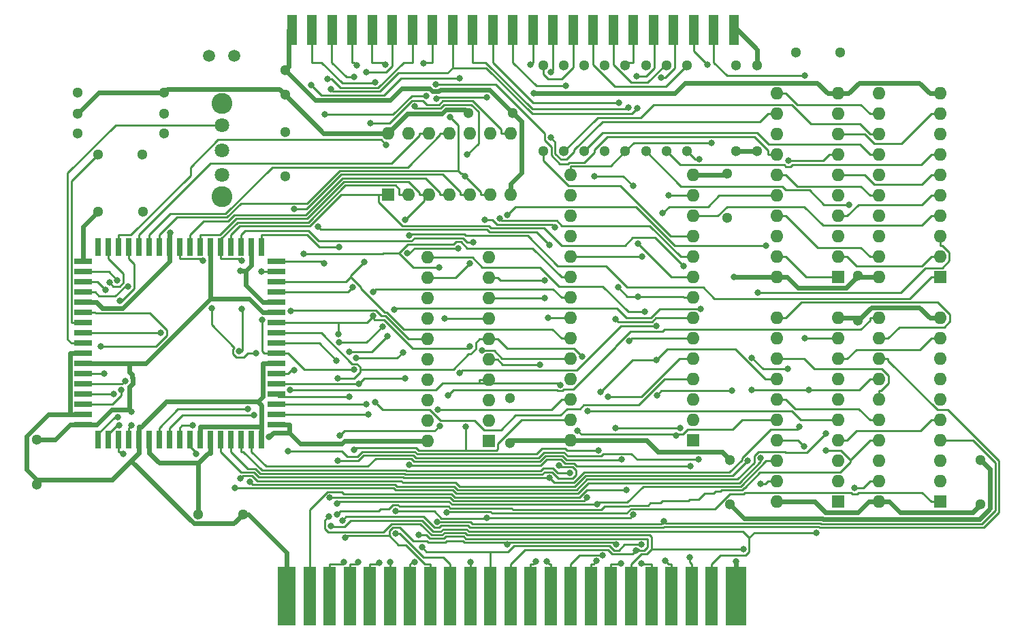
<source format=gbr>
%TF.GenerationSoftware,KiCad,Pcbnew,(6.0.2)*%
%TF.CreationDate,2022-11-25T01:59:39-06:00*%
%TF.ProjectId,Game Genie v1.0,47616d65-2047-4656-9e69-652076312e30,rev?*%
%TF.SameCoordinates,Original*%
%TF.FileFunction,Copper,L1,Top*%
%TF.FilePolarity,Positive*%
%FSLAX46Y46*%
G04 Gerber Fmt 4.6, Leading zero omitted, Abs format (unit mm)*
G04 Created by KiCad (PCBNEW (6.0.2)) date 2022-11-25 01:59:39*
%MOMM*%
%LPD*%
G01*
G04 APERTURE LIST*
%TA.AperFunction,ComponentPad*%
%ADD10C,1.300000*%
%TD*%
%TA.AperFunction,ComponentPad*%
%ADD11R,1.600000X1.600000*%
%TD*%
%TA.AperFunction,ComponentPad*%
%ADD12O,1.600000X1.600000*%
%TD*%
%TA.AperFunction,SMDPad,CuDef*%
%ADD13R,1.300000X3.800000*%
%TD*%
%TA.AperFunction,SMDPad,CuDef*%
%ADD14R,0.750000X2.300000*%
%TD*%
%TA.AperFunction,SMDPad,CuDef*%
%ADD15R,2.300000X0.750000*%
%TD*%
%TA.AperFunction,ComponentPad*%
%ADD16C,1.800000*%
%TD*%
%TA.AperFunction,ComponentPad*%
%ADD17C,2.600000*%
%TD*%
%TA.AperFunction,ComponentPad*%
%ADD18C,1.500000*%
%TD*%
%TA.AperFunction,SMDPad,CuDef*%
%ADD19R,2.250000X7.350000*%
%TD*%
%TA.AperFunction,SMDPad,CuDef*%
%ADD20R,1.500000X7.350000*%
%TD*%
%TA.AperFunction,SMDPad,CuDef*%
%ADD21R,2.500000X7.350000*%
%TD*%
%TA.AperFunction,ViaPad*%
%ADD22C,0.800000*%
%TD*%
%TA.AperFunction,Conductor*%
%ADD23C,0.600000*%
%TD*%
%TA.AperFunction,Conductor*%
%ADD24C,0.250000*%
%TD*%
G04 APERTURE END LIST*
D10*
%TO.P,C2,1*%
%TO.N,/VCC*%
X93671000Y-85783000D03*
%TO.P,C2,2*%
%TO.N,/GND*%
X99221000Y-85783000D03*
%TD*%
%TO.P,C12,1*%
%TO.N,/GND*%
X172277000Y-122219000D03*
%TO.P,C12,2*%
%TO.N,/VCC*%
X172277000Y-116669000D03*
%TD*%
D11*
%TO.P,U5,1,~{E}*%
%TO.N,/U5.E*%
X198403000Y-121869000D03*
D12*
%TO.P,U5,2,Q0*%
%TO.N,Net-(U5-Pad2)*%
X198403000Y-119329000D03*
%TO.P,U5,3,D0*%
%TO.N,/U5.D0*%
X198403000Y-116789000D03*
%TO.P,U5,4,D1*%
%TO.N,/U5.D1*%
X198403000Y-114249000D03*
%TO.P,U5,5,Q1*%
%TO.N,Net-(U5-Pad5)*%
X198403000Y-111709000D03*
%TO.P,U5,6,Q2*%
%TO.N,Net-(U5-Pad6)*%
X198403000Y-109169000D03*
%TO.P,U5,7,D2*%
%TO.N,/U5.D2*%
X198403000Y-106629000D03*
%TO.P,U5,8,D3*%
%TO.N,/U5.D3*%
X198403000Y-104089000D03*
%TO.P,U5,9,Q3*%
%TO.N,Net-(U5-Pad9)*%
X198403000Y-101549000D03*
%TO.P,U5,10,GND*%
%TO.N,/GND*%
X198403000Y-99009000D03*
%TO.P,U5,11,CP*%
%TO.N,/U8{slash}U5.CP*%
X190783000Y-99009000D03*
%TO.P,U5,12,Q4*%
%TO.N,Net-(U5-Pad12)*%
X190783000Y-101549000D03*
%TO.P,U5,13,D4*%
%TO.N,/U5.D4*%
X190783000Y-104089000D03*
%TO.P,U5,14,D5*%
%TO.N,/U5.D5*%
X190783000Y-106629000D03*
%TO.P,U5,15,Q5*%
%TO.N,Net-(U5-Pad15)*%
X190783000Y-109169000D03*
%TO.P,U5,16,Q6*%
%TO.N,Net-(U5-Pad16)*%
X190783000Y-111709000D03*
%TO.P,U5,17,D6*%
%TO.N,/U5.D6*%
X190783000Y-114249000D03*
%TO.P,U5,18,D7*%
%TO.N,/U5.D7*%
X190783000Y-116789000D03*
%TO.P,U5,19,Q7*%
%TO.N,Net-(U5-Pad19)*%
X190783000Y-119329000D03*
%TO.P,U5,20,VCC*%
%TO.N,/VCC*%
X190783000Y-121869000D03*
%TD*%
D10*
%TO.P,D3,1,K*%
%TO.N,/VCC*%
X175634000Y-78250000D03*
%TO.P,D3,2,A*%
%TO.N,/TopFront.VCC*%
X175634000Y-67550000D03*
%TD*%
D13*
%TO.P,J1,1,GND*%
%TO.N,/GND*%
X117768000Y-63196000D03*
%TO.P,J1,2,A11*%
%TO.N,/A11*%
X120265727Y-63196000D03*
%TO.P,J1,3,A10*%
%TO.N,/A10*%
X122763454Y-63196000D03*
%TO.P,J1,4,A9*%
%TO.N,/A9*%
X125261181Y-63196000D03*
%TO.P,J1,5,A8*%
%TO.N,/A8*%
X127758908Y-63196000D03*
%TO.P,J1,6,A7*%
%TO.N,/A7*%
X130256635Y-63196000D03*
%TO.P,J1,7,A6*%
%TO.N,/A6*%
X132754362Y-63196000D03*
%TO.P,J1,8,A5*%
%TO.N,/A5*%
X135252089Y-63196000D03*
%TO.P,J1,9,A4*%
%TO.N,/A4*%
X137749816Y-63196000D03*
%TO.P,J1,10,A3*%
%TO.N,/A3*%
X140247543Y-63196000D03*
%TO.P,J1,11,A2*%
%TO.N,/A2*%
X142745270Y-63196000D03*
%TO.P,J1,12,A1*%
%TO.N,/A1*%
X145242997Y-63196000D03*
%TO.P,J1,13,A0*%
%TO.N,/A0*%
X147740724Y-63196000D03*
%TO.P,J1,14,/IRQ*%
%TO.N,/IRQ*%
X150238451Y-63196000D03*
%TO.P,J1,15,D0*%
%TO.N,/Top.D0*%
X152736178Y-63196000D03*
%TO.P,J1,16,D1*%
%TO.N,/Top.D1*%
X155233905Y-63196000D03*
%TO.P,J1,17,D2*%
%TO.N,/Top.D2*%
X157731632Y-63196000D03*
%TO.P,J1,18,D3*%
%TO.N,/Top.D3*%
X160229359Y-63196000D03*
%TO.P,J1,19,/RD*%
%TO.N,/Read*%
X162727086Y-63196000D03*
%TO.P,J1,20,CIC_1*%
%TO.N,/CIC_1*%
X165224813Y-63196000D03*
%TO.P,J1,21,CIC_7*%
%TO.N,/CIC_7*%
X167722540Y-63196000D03*
%TO.P,J1,22,/RESET*%
%TO.N,/Reset*%
X170220267Y-63196000D03*
%TO.P,J1,23,VCC*%
%TO.N,/TopFront.VCC*%
X172718000Y-63196000D03*
%TD*%
D10*
%TO.P,D4,1,K*%
%TO.N,/VCC*%
X172988000Y-78250000D03*
%TO.P,D4,2,A*%
%TO.N,/TopRear.VCC*%
X172988000Y-67550000D03*
%TD*%
%TO.P,R3,1*%
%TO.N,/D0*%
X149051000Y-78250000D03*
%TO.P,R3,2*%
%TO.N,/Top.D0*%
X149051000Y-67550000D03*
%TD*%
D11*
%TO.P,U6,1,OEa*%
%TO.N,/U6.OE*%
X185699000Y-121869000D03*
D12*
%TO.P,U6,2,I0a*%
%TO.N,Net-(U5-Pad2)*%
X185699000Y-119329000D03*
%TO.P,U6,3,O3b*%
%TO.N,/D7*%
X185699000Y-116789000D03*
%TO.P,U6,4,I1a*%
%TO.N,Net-(U5-Pad5)*%
X185699000Y-114249000D03*
%TO.P,U6,5,O2b*%
%TO.N,/D6*%
X185699000Y-111709000D03*
%TO.P,U6,6,I2a*%
%TO.N,Net-(U5-Pad6)*%
X185699000Y-109169000D03*
%TO.P,U6,7,O1b*%
%TO.N,/D5*%
X185699000Y-106629000D03*
%TO.P,U6,8,I3a*%
%TO.N,Net-(U5-Pad9)*%
X185699000Y-104089000D03*
%TO.P,U6,9,O0b*%
%TO.N,/D4*%
X185699000Y-101549000D03*
%TO.P,U6,10,GND*%
%TO.N,/GND*%
X185699000Y-99009000D03*
%TO.P,U6,11,I0b*%
%TO.N,Net-(U5-Pad12)*%
X178079000Y-99009000D03*
%TO.P,U6,12,O3a*%
%TO.N,/D3*%
X178079000Y-101549000D03*
%TO.P,U6,13,I1b*%
%TO.N,Net-(U5-Pad15)*%
X178079000Y-104089000D03*
%TO.P,U6,14,O2a*%
%TO.N,/D2*%
X178079000Y-106629000D03*
%TO.P,U6,15,I2b*%
%TO.N,Net-(U5-Pad16)*%
X178079000Y-109169000D03*
%TO.P,U6,16,O1a*%
%TO.N,/D1*%
X178079000Y-111709000D03*
%TO.P,U6,17,I3b*%
%TO.N,Net-(U5-Pad19)*%
X178079000Y-114249000D03*
%TO.P,U6,18,O0a*%
%TO.N,/D0*%
X178079000Y-116789000D03*
%TO.P,U6,19,OEb*%
%TO.N,/U6.OE*%
X178079000Y-119329000D03*
%TO.P,U6,20,VCC*%
%TO.N,/VCC*%
X178079000Y-121869000D03*
%TD*%
D11*
%TO.P,U7,1,OEa*%
%TO.N,/U7.OE*%
X185699000Y-93924000D03*
D12*
%TO.P,U7,2,I0a*%
%TO.N,Net-(U8-Pad2)*%
X185699000Y-91384000D03*
%TO.P,U7,3,O3b*%
%TO.N,/U5.D7*%
X185699000Y-88844000D03*
%TO.P,U7,4,I1a*%
%TO.N,Net-(U8-Pad5)*%
X185699000Y-86304000D03*
%TO.P,U7,5,O2b*%
%TO.N,/U5.D6*%
X185699000Y-83764000D03*
%TO.P,U7,6,I2a*%
%TO.N,Net-(U8-Pad6)*%
X185699000Y-81224000D03*
%TO.P,U7,7,O1b*%
%TO.N,/U5.D5*%
X185699000Y-78684000D03*
%TO.P,U7,8,I3a*%
%TO.N,Net-(U8-Pad9)*%
X185699000Y-76144000D03*
%TO.P,U7,9,O0b*%
%TO.N,/U5.D4*%
X185699000Y-73604000D03*
%TO.P,U7,10,GND*%
%TO.N,/GND*%
X185699000Y-71064000D03*
%TO.P,U7,11,I0b*%
%TO.N,Net-(U8-Pad12)*%
X178079000Y-71064000D03*
%TO.P,U7,12,O3a*%
%TO.N,/U5.D3*%
X178079000Y-73604000D03*
%TO.P,U7,13,I1b*%
%TO.N,Net-(U8-Pad15)*%
X178079000Y-76144000D03*
%TO.P,U7,14,O2a*%
%TO.N,/U5.D2*%
X178079000Y-78684000D03*
%TO.P,U7,15,I2b*%
%TO.N,Net-(U8-Pad16)*%
X178079000Y-81224000D03*
%TO.P,U7,16,O1a*%
%TO.N,/U5.D1*%
X178079000Y-83764000D03*
%TO.P,U7,17,I3b*%
%TO.N,Net-(U8-Pad19)*%
X178079000Y-86304000D03*
%TO.P,U7,18,O0a*%
%TO.N,/U5.D0*%
X178079000Y-88844000D03*
%TO.P,U7,19,OEb*%
%TO.N,/U7.OE*%
X178079000Y-91384000D03*
%TO.P,U7,20,VCC*%
%TO.N,/VCC*%
X178079000Y-93924000D03*
%TD*%
D10*
%TO.P,C9,1*%
%TO.N,/VCC*%
X180442000Y-65954000D03*
%TO.P,C9,2*%
%TO.N,/GND*%
X185992000Y-65954000D03*
%TD*%
%TO.P,C8,1*%
%TO.N,/VCC*%
X139706000Y-73505000D03*
%TO.P,C8,2*%
%TO.N,/GND*%
X145256000Y-73505000D03*
%TD*%
%TO.P,R7,1*%
%TO.N,/D4*%
X151603000Y-78250000D03*
%TO.P,R7,2*%
%TO.N,/Top.D4*%
X151603000Y-67550000D03*
%TD*%
%TO.P,C4,1*%
%TO.N,/GND*%
X86012000Y-119706000D03*
%TO.P,C4,2*%
%TO.N,/VCC*%
X86012000Y-114156000D03*
%TD*%
D11*
%TO.P,U3,1,I1*%
%TO.N,/Wire1*%
X142238000Y-114349000D03*
D12*
%TO.P,U3,2,I2*%
%TO.N,/Wire2*%
X142238000Y-111809000D03*
%TO.P,U3,3,I3*%
%TO.N,/LS30.OUT*%
X142238000Y-109269000D03*
%TO.P,U3,4,I4*%
%TO.N,/SYS_CLK*%
X142238000Y-106729000D03*
%TO.P,U3,5,I5*%
%TO.N,/A0*%
X142238000Y-104189000D03*
%TO.P,U3,6,I6*%
%TO.N,/A8*%
X142238000Y-101649000D03*
%TO.P,U3,7,I7*%
%TO.N,/A15*%
X142238000Y-99109000D03*
%TO.P,U3,8,I8*%
%TO.N,/Bottom.CART*%
X142238000Y-96569000D03*
%TO.P,U3,9,I9*%
%TO.N,/Read*%
X142238000Y-94029000D03*
%TO.P,U3,10,GND*%
%TO.N,/GND*%
X142238000Y-91489000D03*
%TO.P,U3,11,I10*%
%TO.N,/Write*%
X134618000Y-91489000D03*
%TO.P,U3,12,IO8*%
%TO.N,/Top.CART*%
X134618000Y-94029000D03*
%TO.P,U3,13,IO7*%
%TO.N,/U6.OE*%
X134618000Y-96569000D03*
%TO.P,U3,14,IO6*%
%TO.N,/U8.E*%
X134618000Y-99109000D03*
%TO.P,U3,15,IO5*%
%TO.N,/U7.OE*%
X134618000Y-101649000D03*
%TO.P,U3,16,IO4*%
%TO.N,/U5.E*%
X134618000Y-104189000D03*
%TO.P,U3,17,I03*%
%TO.N,/U8{slash}U5.CP*%
X134618000Y-106729000D03*
%TO.P,U3,18,IO2*%
%TO.N,/Wire3*%
X134618000Y-109269000D03*
%TO.P,U3,19,IO1*%
%TO.N,/Wire4*%
X134618000Y-111809000D03*
%TO.P,U3,20,VCC*%
%TO.N,/VCC*%
X134618000Y-114349000D03*
%TD*%
D10*
%TO.P,C6,1*%
%TO.N,/VCC*%
X106137000Y-123437000D03*
%TO.P,C6,2*%
%TO.N,/GND*%
X111687000Y-123437000D03*
%TD*%
%TO.P,R6,1*%
%TO.N,/D3*%
X159240000Y-78250000D03*
%TO.P,R6,2*%
%TO.N,/Top.D3*%
X159240000Y-67550000D03*
%TD*%
%TO.P,R4,1*%
%TO.N,/D1*%
X166906000Y-78250000D03*
%TO.P,R4,2*%
%TO.N,/Top.D1*%
X166906000Y-67550000D03*
%TD*%
D11*
%TO.P,U8,1,~{E}*%
%TO.N,/U8.E*%
X198403000Y-93924000D03*
D12*
%TO.P,U8,2,Q0*%
%TO.N,Net-(U8-Pad2)*%
X198403000Y-91384000D03*
%TO.P,U8,3,D0*%
%TO.N,/D0*%
X198403000Y-88844000D03*
%TO.P,U8,4,D1*%
%TO.N,/D1*%
X198403000Y-86304000D03*
%TO.P,U8,5,Q1*%
%TO.N,Net-(U8-Pad5)*%
X198403000Y-83764000D03*
%TO.P,U8,6,Q2*%
%TO.N,Net-(U8-Pad6)*%
X198403000Y-81224000D03*
%TO.P,U8,7,D2*%
%TO.N,/D2*%
X198403000Y-78684000D03*
%TO.P,U8,8,D3*%
%TO.N,/D3*%
X198403000Y-76144000D03*
%TO.P,U8,9,Q3*%
%TO.N,Net-(U8-Pad9)*%
X198403000Y-73604000D03*
%TO.P,U8,10,GND*%
%TO.N,/GND*%
X198403000Y-71064000D03*
%TO.P,U8,11,CP*%
%TO.N,/U8{slash}U5.CP*%
X190783000Y-71064000D03*
%TO.P,U8,12,Q4*%
%TO.N,Net-(U8-Pad12)*%
X190783000Y-73604000D03*
%TO.P,U8,13,D4*%
%TO.N,/D4*%
X190783000Y-76144000D03*
%TO.P,U8,14,D5*%
%TO.N,/D5*%
X190783000Y-78684000D03*
%TO.P,U8,15,Q5*%
%TO.N,Net-(U8-Pad15)*%
X190783000Y-81224000D03*
%TO.P,U8,16,Q6*%
%TO.N,Net-(U8-Pad16)*%
X190783000Y-83764000D03*
%TO.P,U8,17,D6*%
%TO.N,/D6*%
X190783000Y-86304000D03*
%TO.P,U8,18,D7*%
%TO.N,/D7*%
X190783000Y-88844000D03*
%TO.P,U8,19,Q7*%
%TO.N,Net-(U8-Pad19)*%
X190783000Y-91384000D03*
%TO.P,U8,20,VCC*%
%TO.N,/VCC*%
X190783000Y-93924000D03*
%TD*%
D10*
%TO.P,C13,1*%
%TO.N,/VCC*%
X171873000Y-86561000D03*
%TO.P,C13,2*%
%TO.N,/GND*%
X171873000Y-81011000D03*
%TD*%
%TO.P,R9,1*%
%TO.N,/D6*%
X156669000Y-78250000D03*
%TO.P,R9,2*%
%TO.N,/Top.D6*%
X156669000Y-67550000D03*
%TD*%
%TO.P,C10,1*%
%TO.N,/Wire5*%
X93633000Y-78634000D03*
%TO.P,C10,2*%
%TO.N,/GND*%
X99183000Y-78634000D03*
%TD*%
%TO.P,R10,1*%
%TO.N,/D7*%
X161792000Y-78250000D03*
%TO.P,R10,2*%
%TO.N,/Top.D7*%
X161792000Y-67550000D03*
%TD*%
D11*
%TO.P,U4,1*%
%TO.N,/BA0*%
X129692000Y-83635000D03*
D12*
%TO.P,U4,2*%
%TO.N,/BA1*%
X132232000Y-83635000D03*
%TO.P,U4,3*%
%TO.N,/BA2*%
X134772000Y-83635000D03*
%TO.P,U4,4*%
%TO.N,/BA3*%
X137312000Y-83635000D03*
%TO.P,U4,5*%
%TO.N,/BA4*%
X139852000Y-83635000D03*
%TO.P,U4,6*%
%TO.N,/BA5*%
X142392000Y-83635000D03*
%TO.P,U4,7,GND*%
%TO.N,/GND*%
X144932000Y-83635000D03*
%TO.P,U4,8*%
%TO.N,/LS30.OUT*%
X144932000Y-76015000D03*
%TO.P,U4,9*%
%TO.N,N/C*%
X142392000Y-76015000D03*
%TO.P,U4,10*%
X139852000Y-76015000D03*
%TO.P,U4,11*%
%TO.N,/BA6*%
X137312000Y-76015000D03*
%TO.P,U4,12*%
%TO.N,/BA7*%
X134772000Y-76015000D03*
%TO.P,U4,13*%
%TO.N,N/C*%
X132232000Y-76015000D03*
%TO.P,U4,14,VCC*%
%TO.N,/VCC*%
X129692000Y-76015000D03*
%TD*%
D10*
%TO.P,C3,1*%
%TO.N,/VCC*%
X116915000Y-81408000D03*
%TO.P,C3,2*%
%TO.N,/GND*%
X116915000Y-75858000D03*
%TD*%
D14*
%TO.P,U1,1,I/O*%
%TO.N,/D2*%
X103815000Y-114148000D03*
%TO.P,U1,2,I/O*%
%TO.N,/D3*%
X105085000Y-114148000D03*
%TO.P,U1,3,I/O*%
%TO.N,/GND*%
X106355000Y-114148000D03*
%TO.P,U1,4,I/O*%
%TO.N,/VCC*%
X107625000Y-114148000D03*
%TO.P,U1,5,I/O*%
%TO.N,/D4*%
X108895000Y-114148000D03*
%TO.P,U1,6,I/O*%
%TO.N,/D5*%
X110165000Y-114148000D03*
%TO.P,U1,7,I/O*%
%TO.N,/D6*%
X111435000Y-114148000D03*
%TO.P,U1,8,I/O*%
%TO.N,/D7*%
X112705000Y-114148000D03*
%TO.P,U1,9,I/O*%
%TO.N,/GND*%
X113975000Y-114148000D03*
D15*
%TO.P,U1,10,I/O*%
%TO.N,/VCC*%
X115815000Y-112308000D03*
%TO.P,U1,11,I/O*%
%TO.N,/A1*%
X115815000Y-111038000D03*
%TO.P,U1,12,I/O*%
%TO.N,/A2*%
X115815000Y-109768000D03*
%TO.P,U1,13,I/O*%
%TO.N,/A3*%
X115815000Y-108498000D03*
%TO.P,U1,14,I/O*%
%TO.N,/A4*%
X115815000Y-107228000D03*
%TO.P,U1,15,I/O*%
%TO.N,/A5*%
X115815000Y-105958000D03*
%TO.P,U1,16,I/O*%
%TO.N,/GND*%
X115815000Y-104688000D03*
%TO.P,U1,17,I/O*%
%TO.N,/A6*%
X115815000Y-103418000D03*
%TO.P,U1,18,I/O*%
%TO.N,/A7*%
X115815000Y-102148000D03*
%TO.P,U1,19,I/O*%
%TO.N,/A8*%
X115815000Y-100878000D03*
%TO.P,U1,20,I/O*%
%TO.N,/A9*%
X115815000Y-99608000D03*
%TO.P,U1,21,I/O*%
%TO.N,/VCC*%
X115815000Y-98338000D03*
%TO.P,U1,22,I/O*%
%TO.N,/GND*%
X115815000Y-97068000D03*
%TO.P,U1,23,I/O*%
%TO.N,/A10*%
X115815000Y-95798000D03*
%TO.P,U1,24,I/O*%
%TO.N,/A11*%
X115815000Y-94528000D03*
%TO.P,U1,25,I/O*%
%TO.N,/A12*%
X115815000Y-93258000D03*
%TO.P,U1,26,I/O*%
%TO.N,/A13*%
X115815000Y-91988000D03*
D14*
%TO.P,U1,27,I/O*%
%TO.N,/A14*%
X113975000Y-90148000D03*
%TO.P,U1,28,I/O*%
%TO.N,/GND*%
X112705000Y-90148000D03*
%TO.P,U1,29,I/O*%
%TO.N,/A0*%
X111435000Y-90148000D03*
%TO.P,U1,30,I/O*%
%TO.N,/BA0*%
X110165000Y-90148000D03*
%TO.P,U1,31,I/O*%
%TO.N,/BA1*%
X108895000Y-90148000D03*
%TO.P,U1,32,I/O*%
%TO.N,/VCC*%
X107625000Y-90148000D03*
%TO.P,U1,33,I/O*%
%TO.N,/BA2*%
X106355000Y-90148000D03*
%TO.P,U1,34,I/O*%
%TO.N,/BA3*%
X105085000Y-90148000D03*
%TO.P,U1,35,I/O*%
%TO.N,/BA4*%
X103815000Y-90148000D03*
%TO.P,U1,36,I/O*%
%TO.N,/GND*%
X102545000Y-90148000D03*
%TO.P,U1,37,I/O*%
%TO.N,/BA5*%
X101275000Y-90148000D03*
%TO.P,U1,38,I/O*%
%TO.N,/BA6*%
X100005000Y-90148000D03*
%TO.P,U1,39,I/O*%
%TO.N,/BA7*%
X98735000Y-90148000D03*
%TO.P,U1,40,I/O*%
%TO.N,/Wire1*%
X97465000Y-90148000D03*
%TO.P,U1,41,I/O*%
%TO.N,/Bottom.CART*%
X96195000Y-90148000D03*
%TO.P,U1,42,I/O*%
%TO.N,/Wire4*%
X94925000Y-90148000D03*
%TO.P,U1,43,I/O*%
%TO.N,unconnected-(U1-Pad43)*%
X93655000Y-90148000D03*
D15*
%TO.P,U1,44,I/O*%
%TO.N,/VCC*%
X91815000Y-91988000D03*
%TO.P,U1,45,I/O*%
%TO.N,/Wire3*%
X91815000Y-93258000D03*
%TO.P,U1,46,I/O*%
%TO.N,/U7.OE*%
X91815000Y-94528000D03*
%TO.P,U1,47,I/O*%
%TO.N,/Wire2*%
X91815000Y-95798000D03*
%TO.P,U1,48,I/O*%
%TO.N,/GND*%
X91815000Y-97068000D03*
%TO.P,U1,49,I/O*%
%TO.N,/Reset*%
X91815000Y-98338000D03*
%TO.P,U1,50,I/O*%
%TO.N,/Wire5*%
X91815000Y-99608000D03*
%TO.P,U1,51,I/O*%
%TO.N,/SYS_CLK*%
X91815000Y-100878000D03*
%TO.P,U1,52,I/O*%
%TO.N,/Switch*%
X91815000Y-102148000D03*
%TO.P,U1,53,I/O*%
%TO.N,/GND*%
X91815000Y-103418000D03*
%TO.P,U1,54,I/O*%
%TO.N,/VCC*%
X91815000Y-104688000D03*
%TO.P,U1,55,I/O*%
%TO.N,/U5.D0*%
X91815000Y-105958000D03*
%TO.P,U1,56,I/O*%
%TO.N,/U5.D1*%
X91815000Y-107228000D03*
%TO.P,U1,57,I/O*%
%TO.N,/U5.D2*%
X91815000Y-108498000D03*
%TO.P,U1,58,I/O*%
%TO.N,/U5.D3*%
X91815000Y-109768000D03*
%TO.P,U1,59,I/O*%
%TO.N,/GND*%
X91815000Y-111038000D03*
%TO.P,U1,60,I/O*%
%TO.N,/VCC*%
X91815000Y-112308000D03*
D14*
%TO.P,U1,61,I/O*%
%TO.N,/U5.D4*%
X93655000Y-114148000D03*
%TO.P,U1,62,I/O*%
%TO.N,/U5.D5*%
X94925000Y-114148000D03*
%TO.P,U1,63,I/O*%
%TO.N,/U5.D6*%
X96195000Y-114148000D03*
%TO.P,U1,64,I/O*%
%TO.N,/U5.D7*%
X97465000Y-114148000D03*
%TO.P,U1,65,I/O*%
%TO.N,/GND*%
X98735000Y-114148000D03*
%TO.P,U1,66,I/O*%
%TO.N,/VCC*%
X100005000Y-114148000D03*
%TO.P,U1,67,I/O*%
%TO.N,/D0*%
X101275000Y-114148000D03*
%TO.P,U1,68,I/O*%
%TO.N,/D1*%
X102545000Y-114148000D03*
%TD*%
D10*
%TO.P,R8,1*%
%TO.N,/D5*%
X154136000Y-78250000D03*
%TO.P,R8,2*%
%TO.N,/Top.D5*%
X154136000Y-67550000D03*
%TD*%
%TO.P,R1,1*%
%TO.N,/VCC*%
X91137000Y-73554000D03*
%TO.P,R1,2*%
%TO.N,/Wire5*%
X101837000Y-73554000D03*
%TD*%
D16*
%TO.P,S1,1,A*%
%TO.N,unconnected-(S1-Pad1)*%
X109051000Y-81223000D03*
%TO.P,S1,2,B*%
%TO.N,/GND*%
X109051000Y-78123000D03*
%TO.P,S1,3,C*%
%TO.N,/Switch*%
X109051000Y-75023000D03*
D17*
%TO.P,S1,4,Shield*%
%TO.N,/GND*%
X109051000Y-83923000D03*
X109051000Y-72323000D03*
%TD*%
D10*
%TO.P,C5,1*%
%TO.N,/VCC*%
X144872000Y-114533000D03*
%TO.P,C5,2*%
%TO.N,/GND*%
X144872000Y-108983000D03*
%TD*%
%TO.P,C11,1*%
%TO.N,/GND*%
X188185000Y-99319000D03*
%TO.P,C11,2*%
%TO.N,/VCC*%
X188185000Y-93769000D03*
%TD*%
%TO.P,D1,1,K*%
%TO.N,/Wire5*%
X91137000Y-70969000D03*
%TO.P,D1,2,A*%
%TO.N,/VCC*%
X101837000Y-70969000D03*
%TD*%
D18*
%TO.P,D2,1,K*%
%TO.N,/Switch*%
X107428000Y-66413000D03*
%TO.P,D2,2,A*%
%TO.N,/Wire6*%
X110628000Y-66413000D03*
%TD*%
D10*
%TO.P,R5,1*%
%TO.N,/D2*%
X164344000Y-78250000D03*
%TO.P,R5,2*%
%TO.N,/Top.D2*%
X164344000Y-67550000D03*
%TD*%
%TO.P,C7,1*%
%TO.N,/VCC*%
X203420000Y-122210000D03*
%TO.P,C7,2*%
%TO.N,/GND*%
X203420000Y-116660000D03*
%TD*%
%TO.P,C1,1*%
%TO.N,/VCC*%
X116943000Y-71247000D03*
%TO.P,C1,2*%
%TO.N,/GND*%
X116943000Y-68147000D03*
%TD*%
D11*
%TO.P,U2,1,A15*%
%TO.N,/BA0*%
X167672000Y-114249000D03*
D12*
%TO.P,U2,2,A12*%
%TO.N,/A12*%
X167672000Y-111709000D03*
%TO.P,U2,3,A7*%
%TO.N,/A7*%
X167672000Y-109169000D03*
%TO.P,U2,4,A6*%
%TO.N,/A6*%
X167672000Y-106629000D03*
%TO.P,U2,5,A5*%
%TO.N,/A5*%
X167672000Y-104089000D03*
%TO.P,U2,6,A4*%
%TO.N,/A4*%
X167672000Y-101549000D03*
%TO.P,U2,7,A3*%
%TO.N,/A3*%
X167672000Y-99009000D03*
%TO.P,U2,8,A2*%
%TO.N,/A2*%
X167672000Y-96469000D03*
%TO.P,U2,9,A1*%
%TO.N,/A1*%
X167672000Y-93929000D03*
%TO.P,U2,10,A0*%
%TO.N,/A0*%
X167672000Y-91389000D03*
%TO.P,U2,11,DQ0*%
%TO.N,/D0*%
X167672000Y-88849000D03*
%TO.P,U2,12,DQ1*%
%TO.N,/D1*%
X167672000Y-86309000D03*
%TO.P,U2,13,DQ2*%
%TO.N,/D2*%
X167672000Y-83769000D03*
%TO.P,U2,14,GND*%
%TO.N,/GND*%
X167672000Y-81229000D03*
%TO.P,U2,15,DQ3*%
%TO.N,/D3*%
X152432000Y-81229000D03*
%TO.P,U2,16,DQ4*%
%TO.N,/D4*%
X152432000Y-83769000D03*
%TO.P,U2,17,DQ5*%
%TO.N,/D5*%
X152432000Y-86309000D03*
%TO.P,U2,18,DQ6*%
%TO.N,/D6*%
X152432000Y-88849000D03*
%TO.P,U2,19,DQ7*%
%TO.N,/D7*%
X152432000Y-91389000D03*
%TO.P,U2,20,E*%
%TO.N,/Wire2*%
X152432000Y-93929000D03*
%TO.P,U2,21,A10*%
%TO.N,/A10*%
X152432000Y-96469000D03*
%TO.P,U2,22,G/VPP*%
%TO.N,/Read*%
X152432000Y-99009000D03*
%TO.P,U2,23,A11*%
%TO.N,/A11*%
X152432000Y-101549000D03*
%TO.P,U2,24,A9*%
%TO.N,/A9*%
X152432000Y-104089000D03*
%TO.P,U2,25,A8*%
%TO.N,/A8*%
X152432000Y-106629000D03*
%TO.P,U2,26,A13*%
%TO.N,/A13*%
X152432000Y-109169000D03*
%TO.P,U2,27,A14*%
%TO.N,/A14*%
X152432000Y-111709000D03*
%TO.P,U2,28,VCC*%
%TO.N,/VCC*%
X152432000Y-114249000D03*
%TD*%
D19*
%TO.P,P1,1,GND*%
%TO.N,/GND*%
X117084000Y-133626000D03*
D20*
%TO.P,P1,2,A11*%
%TO.N,/A11*%
X119959000Y-133626000D03*
%TO.P,P1,3,A10*%
%TO.N,/A10*%
X122459000Y-133626000D03*
%TO.P,P1,4,A9*%
%TO.N,/A9*%
X124959000Y-133626000D03*
%TO.P,P1,5,A8*%
%TO.N,/A8*%
X127459000Y-133626000D03*
%TO.P,P1,6,A7*%
%TO.N,/A7*%
X129959000Y-133626000D03*
%TO.P,P1,7,A6*%
%TO.N,/A6*%
X132459000Y-133626000D03*
%TO.P,P1,8,A5*%
%TO.N,/A5*%
X134959000Y-133626000D03*
%TO.P,P1,9,A4*%
%TO.N,/A4*%
X137459000Y-133626000D03*
%TO.P,P1,10,A3*%
%TO.N,/A3*%
X139959000Y-133626000D03*
%TO.P,P1,11,A2*%
%TO.N,/A2*%
X142459000Y-133626000D03*
%TO.P,P1,12,A1*%
%TO.N,/A1*%
X144959000Y-133626000D03*
%TO.P,P1,13,A0*%
%TO.N,/A0*%
X147459000Y-133626000D03*
%TO.P,P1,14,/IRQ*%
%TO.N,/IRQ*%
X149959000Y-133626000D03*
%TO.P,P1,15,D0*%
%TO.N,/D0*%
X152459000Y-133626000D03*
%TO.P,P1,16,D1*%
%TO.N,/D1*%
X154959000Y-133626000D03*
%TO.P,P1,17,D2*%
%TO.N,/D2*%
X157459000Y-133626000D03*
%TO.P,P1,18,D3*%
%TO.N,/D3*%
X159959000Y-133626000D03*
%TO.P,P1,19,/RD*%
%TO.N,/Read*%
X162459000Y-133626000D03*
%TO.P,P1,20,CIC_1*%
%TO.N,/CIC_1*%
X164959000Y-133626000D03*
%TO.P,P1,21,CIC_7*%
%TO.N,/CIC_7*%
X167459000Y-133626000D03*
%TO.P,P1,22,/RESET*%
%TO.N,/Reset*%
X169959000Y-133626000D03*
D21*
%TO.P,P1,23,VCC*%
%TO.N,/VCC*%
X172959000Y-133626000D03*
%TD*%
D10*
%TO.P,R2,1*%
%TO.N,/VCC*%
X91137000Y-76067000D03*
%TO.P,R2,2*%
%TO.N,/Wire6*%
X101837000Y-76067000D03*
%TD*%
D22*
%TO.N,/GND*%
X102674600Y-88368300D03*
X147812100Y-71039400D03*
X111391300Y-93141300D03*
%TO.N,/VCC*%
X172741300Y-93924000D03*
X114950800Y-113828600D03*
X97829200Y-110637800D03*
X172959000Y-129328400D03*
%TO.N,/D0*%
X112324700Y-110336800D03*
X123371500Y-122118700D03*
X156374700Y-128544500D03*
X155743700Y-122143000D03*
X175718000Y-95849300D03*
%TO.N,/D7*%
X158781600Y-116632200D03*
X161293300Y-91389000D03*
X187047400Y-84892100D03*
%TO.N,/D6*%
X154580000Y-110602300D03*
X152357100Y-118268700D03*
%TO.N,/D5*%
X150944700Y-117356000D03*
%TO.N,/D4*%
X149822900Y-118921800D03*
X181554600Y-101549000D03*
X180873800Y-112546100D03*
%TO.N,/D3*%
X173921500Y-127792400D03*
X169983300Y-77220000D03*
X105820600Y-115915200D03*
X122370000Y-123696000D03*
%TO.N,/D2*%
X164587200Y-83769000D03*
X156183300Y-108205600D03*
X105426400Y-112387700D03*
X163103500Y-104245600D03*
X117299000Y-115555100D03*
X158651200Y-129519000D03*
X155864100Y-115477900D03*
%TO.N,/D1*%
X155662400Y-129246600D03*
X165529100Y-113631900D03*
X153302100Y-113010900D03*
X154483700Y-121376300D03*
X168432200Y-79238100D03*
X122470000Y-121376300D03*
X113050800Y-111068100D03*
%TO.N,/A1*%
X160594200Y-127943200D03*
X160842600Y-89777100D03*
X155402500Y-81341200D03*
X151795900Y-70103300D03*
X127265500Y-111038000D03*
X133526200Y-126019000D03*
X160207200Y-82589900D03*
%TO.N,/A2*%
X133939600Y-127522300D03*
X127020900Y-109768000D03*
X158314600Y-95172600D03*
X158411000Y-72244600D03*
X160805400Y-96318500D03*
X161259600Y-127194200D03*
%TO.N,/A3*%
X124874300Y-108782800D03*
X142001300Y-123841500D03*
X159656500Y-72847000D03*
X158038200Y-99151000D03*
X130642700Y-123012500D03*
X160233300Y-123493300D03*
X139959000Y-129348400D03*
%TO.N,/A4*%
X122612500Y-70531200D03*
X160754300Y-72918800D03*
X130642700Y-125813100D03*
X159740600Y-101879600D03*
X126068600Y-107228000D03*
X131813100Y-106537900D03*
%TO.N,/A5*%
X139556400Y-78705400D03*
X158115900Y-127194200D03*
X134104500Y-67350500D03*
X124414000Y-126349500D03*
X157082200Y-108829500D03*
X133002600Y-72679000D03*
X118033500Y-105497100D03*
X144538000Y-127194200D03*
%TO.N,/A6*%
X114061400Y-99242300D03*
X122230500Y-69256300D03*
X125503600Y-105433900D03*
X128126900Y-109513500D03*
X133011300Y-129340500D03*
%TO.N,/A7*%
X123339700Y-104328500D03*
X168577500Y-97873200D03*
X130469800Y-97927300D03*
X130019800Y-129347300D03*
X126993600Y-68407600D03*
X125754100Y-103983600D03*
X131565700Y-103284200D03*
%TO.N,/A8*%
X153850700Y-103787500D03*
X128660000Y-129505200D03*
X123453800Y-106485500D03*
X129381700Y-67490100D03*
%TO.N,/A9*%
X125874000Y-67609300D03*
X126039100Y-129401500D03*
X141376400Y-103063800D03*
X123524000Y-101003800D03*
X139926100Y-102549400D03*
X127902500Y-98771300D03*
%TO.N,/A10*%
X127848600Y-95798000D03*
X125319000Y-95204100D03*
X123647400Y-102071100D03*
X129022400Y-100058900D03*
X124227700Y-129349800D03*
X125516900Y-69036500D03*
%TO.N,/A11*%
X126797300Y-92039400D03*
X128129200Y-69658200D03*
X159333100Y-120410400D03*
%TO.N,/A12*%
X168345900Y-116629300D03*
X123490100Y-116751000D03*
X114017200Y-93258000D03*
X111524600Y-97892000D03*
X111163800Y-103142400D03*
%TO.N,/A13*%
X136132000Y-112456000D03*
X121751600Y-92235300D03*
X123696800Y-113663000D03*
X135946900Y-110435000D03*
%TO.N,/A14*%
X125486100Y-115422500D03*
X123639700Y-90180400D03*
X139425600Y-112516400D03*
%TO.N,/A0*%
X147471500Y-67531100D03*
X143604400Y-86659900D03*
X148147300Y-129254400D03*
X148589700Y-104789700D03*
X140310200Y-89580300D03*
%TO.N,/BA0*%
X166443300Y-92558300D03*
X132323200Y-117279500D03*
X167346900Y-117406500D03*
%TO.N,/BA1*%
X111500000Y-91903100D03*
X107780200Y-97793900D03*
X113317400Y-103370800D03*
%TO.N,/BA2*%
X131842700Y-86801900D03*
%TO.N,/BA4*%
X118041300Y-85469900D03*
X120175200Y-70060900D03*
X138636800Y-69203300D03*
X106701300Y-91911700D03*
%TO.N,/BA5*%
X139295300Y-81382000D03*
X137400400Y-73997200D03*
%TO.N,/BA7*%
X142001700Y-71552500D03*
X135762300Y-71728800D03*
%TO.N,/Wire1*%
X96336000Y-96857600D03*
%TO.N,/Bottom.CART*%
X149193400Y-96569000D03*
X129456600Y-77438300D03*
%TO.N,/Wire4*%
X95068800Y-94609600D03*
%TO.N,/Wire3*%
X96069100Y-94341300D03*
%TO.N,/U7.OE*%
X94589900Y-95545200D03*
X132115600Y-90954100D03*
X117600000Y-98097100D03*
X138446600Y-90310800D03*
X144534400Y-86175500D03*
X176698900Y-90003900D03*
%TO.N,/Wire2*%
X136097800Y-92698900D03*
X119211400Y-91058300D03*
X97404300Y-95057200D03*
%TO.N,/Reset*%
X93998600Y-102557300D03*
X182987900Y-125734700D03*
X181576100Y-68842900D03*
X122619600Y-124895500D03*
%TO.N,/SYS_CLK*%
X101452400Y-100878000D03*
X117578600Y-107992900D03*
X158048800Y-112732700D03*
X151130400Y-107339900D03*
X166070300Y-112732700D03*
%TO.N,/U5.D0*%
X111383900Y-118956500D03*
X174979300Y-103965700D03*
X94459100Y-105958000D03*
X174448100Y-116772200D03*
X179437600Y-105330100D03*
%TO.N,/U5.D1*%
X135790300Y-124378100D03*
X163859400Y-85951200D03*
X97062500Y-106834200D03*
X164018500Y-124276900D03*
%TO.N,/U5.D2*%
X134513300Y-71349800D03*
X135637900Y-69928500D03*
X121852500Y-73673900D03*
X95634300Y-108498000D03*
%TO.N,/U5.D3*%
X120992600Y-87600300D03*
X149789500Y-89898900D03*
X149950700Y-76572400D03*
X96577800Y-107998800D03*
%TO.N,/U5.D4*%
X124019500Y-124244300D03*
X96135500Y-111305700D03*
%TO.N,/U5.D5*%
X176061400Y-116459300D03*
X96317500Y-112351800D03*
X110653600Y-120176700D03*
X182031600Y-107942900D03*
X174936300Y-107942900D03*
X179502700Y-79453900D03*
%TO.N,/U5.D6*%
X123370200Y-123479100D03*
X96808000Y-115903600D03*
X184184500Y-115468700D03*
%TO.N,/U5.D7*%
X112585100Y-119416700D03*
X184177200Y-113369900D03*
X97786500Y-112397100D03*
%TO.N,/IRQ*%
X149501100Y-129335900D03*
X149955600Y-68456400D03*
%TO.N,/Read*%
X149643500Y-99009000D03*
X149193400Y-94330000D03*
X161214100Y-129588500D03*
X160645900Y-68945000D03*
%TO.N,/CIC_1*%
X164210500Y-129237100D03*
X163698800Y-69075700D03*
%TO.N,/CIC_7*%
X169421400Y-67503600D03*
X167214500Y-128766300D03*
%TO.N,/Write*%
X161644000Y-98257400D03*
%TO.N,/A15*%
X129614800Y-101304700D03*
X136771800Y-99109000D03*
X124916300Y-103205800D03*
%TO.N,/Top.CART*%
X139930300Y-92238000D03*
X141728700Y-86781500D03*
X150516800Y-87733400D03*
%TO.N,/LS30.OUT*%
X127560500Y-74756900D03*
%TO.N,/U6.OE*%
X172532900Y-108041400D03*
X163142200Y-108612700D03*
X176039300Y-119673700D03*
X163103500Y-99972000D03*
X138630300Y-105825200D03*
%TO.N,/U8.E*%
X132335300Y-88702300D03*
%TO.N,/U5.E*%
X136975400Y-123202800D03*
%TO.N,/U8{slash}U5.CP*%
X137188200Y-108662300D03*
%TO.N,Net-(U5-Pad19)*%
X187769700Y-120168500D03*
X181447100Y-115021300D03*
%TD*%
D23*
%TO.N,/GND*%
X187875000Y-99009000D02*
X188185000Y-99319000D01*
X90164900Y-111038000D02*
X91815000Y-111038000D01*
X129995600Y-71908600D02*
X131469400Y-70434800D01*
X112048200Y-94951300D02*
X114164900Y-97068000D01*
X86012000Y-119103800D02*
X95429300Y-119103800D01*
X96708900Y-97757700D02*
X102545000Y-91921600D01*
X135265200Y-70828600D02*
X136010900Y-70828600D01*
X114164900Y-108818500D02*
X114164900Y-104688000D01*
X112344400Y-123437000D02*
X117084000Y-128176600D01*
X116943000Y-68147000D02*
X120704600Y-71908600D01*
X98735000Y-112497900D02*
X99089700Y-112497900D01*
X197102900Y-99009000D02*
X195769400Y-97675500D01*
X198403000Y-99009000D02*
X197102900Y-99009000D01*
X195769400Y-97675500D02*
X189828500Y-97675500D01*
X113975000Y-109864800D02*
X113975000Y-112497900D01*
X198403000Y-71064000D02*
X197102900Y-71064000D01*
X102151000Y-109436600D02*
X113546800Y-109436600D01*
X91815000Y-103418000D02*
X90164900Y-103418000D01*
X142354500Y-70603500D02*
X145256000Y-73505000D01*
X189828500Y-97675500D02*
X188185000Y-99319000D01*
X113546800Y-109436600D02*
X113975000Y-109864800D01*
X113975000Y-112497900D02*
X106355000Y-112497900D01*
X117368000Y-67722000D02*
X116943000Y-68147000D01*
X95429300Y-119103800D02*
X97753600Y-116779500D01*
X84807600Y-117899400D02*
X86012000Y-119103800D01*
X195774500Y-69735600D02*
X188327500Y-69735600D01*
X112048200Y-93141300D02*
X112048200Y-94951300D01*
X91815000Y-97068000D02*
X93465100Y-97068000D01*
X184398900Y-71064000D02*
X183077900Y-69743000D01*
X115815000Y-104688000D02*
X114164900Y-104688000D01*
X204577300Y-122731200D02*
X203300700Y-124007800D01*
X99089700Y-112497900D02*
X102151000Y-109436600D01*
X102545000Y-90148000D02*
X102545000Y-88497900D01*
X117084000Y-128176600D02*
X117084000Y-133626000D01*
X185699000Y-71064000D02*
X184398900Y-71064000D01*
X110529900Y-124594100D02*
X111687000Y-123437000D01*
X186349100Y-71064000D02*
X186999100Y-71064000D01*
X188327500Y-69735600D02*
X186999100Y-71064000D01*
X113546800Y-109436600D02*
X114164900Y-108818500D01*
X146288700Y-80978200D02*
X146288700Y-74537700D01*
X113975000Y-114148000D02*
X113975000Y-112497900D01*
X98735000Y-114148000D02*
X98735000Y-112497900D01*
X166663300Y-69743000D02*
X165366900Y-71039400D01*
X136010900Y-70828600D02*
X136236000Y-70603500D01*
X136236000Y-70603500D02*
X142354500Y-70603500D01*
X131469400Y-70434800D02*
X134871400Y-70434800D01*
X93465100Y-97068000D02*
X94154800Y-97757700D01*
X144932000Y-82334900D02*
X146288700Y-80978200D01*
X144932000Y-83635000D02*
X144932000Y-82334900D01*
X185699000Y-99009000D02*
X187875000Y-99009000D01*
X102545000Y-91921600D02*
X102545000Y-91598000D01*
X102545000Y-90148000D02*
X102545000Y-91598000D01*
X197102900Y-71064000D02*
X195774500Y-69735600D01*
X98735000Y-114148000D02*
X98735000Y-115798100D01*
X204577300Y-117817300D02*
X204577300Y-122731200D01*
X102674600Y-88368300D02*
X102545000Y-88497900D01*
X94154800Y-97757700D02*
X96708900Y-97757700D01*
X112048200Y-93141300D02*
X112705000Y-92484500D01*
X134871400Y-70434800D02*
X135265200Y-70828600D01*
X165366900Y-71039400D02*
X147812100Y-71039400D01*
X146288700Y-74537700D02*
X145256000Y-73505000D01*
X90164900Y-111038000D02*
X87498300Y-111038000D01*
X86012000Y-119706000D02*
X86012000Y-119103800D01*
X84807600Y-113728700D02*
X84807600Y-117899400D01*
X186349100Y-71064000D02*
X185699000Y-71064000D01*
X183077900Y-69743000D02*
X166663300Y-69743000D01*
X173992400Y-123934400D02*
X172277000Y-122219000D01*
X115815000Y-97068000D02*
X114164900Y-97068000D01*
X97753600Y-116779500D02*
X105568200Y-124594100D01*
X111687000Y-123437000D02*
X112344400Y-123437000D01*
X183733800Y-123934400D02*
X173992400Y-123934400D01*
X112705000Y-90148000D02*
X112705000Y-91798100D01*
X105568200Y-124594100D02*
X110529900Y-124594100D01*
X112705000Y-92484500D02*
X112705000Y-91798100D01*
X117368000Y-67371100D02*
X117368000Y-67722000D01*
X106355000Y-114148000D02*
X106355000Y-112497900D01*
X203300700Y-124007800D02*
X183807200Y-124007800D01*
X171655000Y-81229000D02*
X171873000Y-81011000D01*
X117368000Y-63196000D02*
X117368000Y-67371100D01*
X167672000Y-81229000D02*
X171655000Y-81229000D01*
X203420000Y-116660000D02*
X204577300Y-117817300D01*
X111391300Y-93141300D02*
X112048200Y-93141300D01*
X87498300Y-111038000D02*
X84807600Y-113728700D01*
X90164900Y-111038000D02*
X90164900Y-103418000D01*
X120704600Y-71908600D02*
X129995600Y-71908600D01*
X183807200Y-124007800D02*
X183733800Y-123934400D01*
X97753600Y-116779500D02*
X98735000Y-115798100D01*
D24*
%TO.N,/Switch*%
X89871400Y-101679500D02*
X90339900Y-102148000D01*
X95840200Y-75023000D02*
X89871400Y-80991800D01*
X109051000Y-75023000D02*
X95840200Y-75023000D01*
X91815000Y-102148000D02*
X90339900Y-102148000D01*
X89871400Y-80991800D02*
X89871400Y-101679500D01*
D23*
%TO.N,/VCC*%
X136958200Y-73079100D02*
X139280100Y-73079100D01*
X93722000Y-70969000D02*
X91137000Y-73554000D01*
X172741300Y-93924000D02*
X178079000Y-93924000D01*
X92497500Y-112308000D02*
X93465100Y-112308000D01*
X189482900Y-121869000D02*
X188158800Y-123193100D01*
X92497500Y-112308000D02*
X91815000Y-112308000D01*
X97962600Y-107207100D02*
X97962600Y-106461300D01*
X115481200Y-113298200D02*
X114950800Y-113828600D01*
X99585300Y-104688000D02*
X97597000Y-104688000D01*
X97597000Y-107572700D02*
X97962600Y-107207100D01*
X101837000Y-70969000D02*
X93722000Y-70969000D01*
X97597000Y-104688000D02*
X93465100Y-104688000D01*
X129692000Y-76015000D02*
X128391900Y-76015000D01*
X186729800Y-95224200D02*
X188185000Y-93769000D01*
X116214400Y-70518400D02*
X116943000Y-71247000D01*
X163303400Y-115677200D02*
X161875200Y-114249000D01*
X178079000Y-121869000D02*
X179379100Y-121869000D01*
X124283800Y-114349000D02*
X133317900Y-114349000D01*
X202460800Y-123169200D02*
X193383300Y-123169200D01*
X102287600Y-70518400D02*
X116214400Y-70518400D01*
X114164900Y-98338000D02*
X112475200Y-96648300D01*
X134618000Y-114349000D02*
X133317900Y-114349000D01*
X172959000Y-133626000D02*
X172959000Y-129450900D01*
X139280100Y-73079100D02*
X139706000Y-73505000D01*
X115815000Y-112308000D02*
X117465100Y-112308000D01*
X106137000Y-117042100D02*
X107381000Y-115798100D01*
X136458200Y-73579100D02*
X136958200Y-73079100D01*
X97962600Y-106461300D02*
X97900000Y-106398700D01*
X101249000Y-117042100D02*
X106137000Y-117042100D01*
X118780600Y-114613700D02*
X124019100Y-114613700D01*
X180679300Y-95224200D02*
X186729800Y-95224200D01*
X97900000Y-106024200D02*
X97597000Y-105721200D01*
X152432000Y-114249000D02*
X153732100Y-114249000D01*
X97597000Y-110405600D02*
X97597000Y-107572700D01*
X117465100Y-113298200D02*
X115481200Y-113298200D01*
X117465100Y-113298200D02*
X117465100Y-112308000D01*
X112475200Y-96648300D02*
X107625000Y-96648300D01*
X95367500Y-110405600D02*
X97597000Y-110405600D01*
X115815000Y-98338000D02*
X114164900Y-98338000D01*
X151131900Y-114249000D02*
X145156000Y-114249000D01*
X107625000Y-90148000D02*
X107625000Y-91798100D01*
X190783000Y-93924000D02*
X188340000Y-93924000D01*
X91815000Y-91988000D02*
X91815000Y-87639000D01*
X121711000Y-76015000D02*
X128391900Y-76015000D01*
X97597000Y-105721200D02*
X97597000Y-104688000D01*
X151782000Y-114249000D02*
X152432000Y-114249000D01*
X86012000Y-114156000D02*
X88316900Y-114156000D01*
X106137000Y-123437000D02*
X106137000Y-117042100D01*
X188340000Y-93924000D02*
X188185000Y-93769000D01*
X161875200Y-114249000D02*
X153732100Y-114249000D01*
X172988000Y-78250000D02*
X175634000Y-78250000D01*
X91815000Y-87639000D02*
X93671000Y-85783000D01*
X190783000Y-121869000D02*
X189482900Y-121869000D01*
X117465100Y-113298200D02*
X118780600Y-114613700D01*
X124019100Y-114613700D02*
X124283800Y-114349000D01*
X171285200Y-115677200D02*
X163303400Y-115677200D01*
X107381000Y-115798100D02*
X107625000Y-115798100D01*
X107625000Y-114148000D02*
X107625000Y-115798100D01*
X88316900Y-114156000D02*
X90164900Y-112308000D01*
X151782000Y-114249000D02*
X151131900Y-114249000D01*
X178079000Y-93924000D02*
X179379100Y-93924000D01*
X145156000Y-114249000D02*
X144872000Y-114533000D01*
X188158800Y-123193100D02*
X184124100Y-123193100D01*
X91815000Y-112308000D02*
X90164900Y-112308000D01*
X97900000Y-106398700D02*
X97900000Y-106024200D01*
X129692000Y-76015000D02*
X132127900Y-73579100D01*
X93465100Y-112308000D02*
X95367500Y-110405600D01*
X190783000Y-121869000D02*
X192083100Y-121869000D01*
X100005000Y-115798100D02*
X101249000Y-117042100D01*
X91815000Y-104688000D02*
X93465100Y-104688000D01*
X179379100Y-93924000D02*
X180679300Y-95224200D01*
X97597000Y-110405600D02*
X97829200Y-110637800D01*
X203420000Y-122210000D02*
X202460800Y-123169200D01*
X100005000Y-114148000D02*
X100005000Y-115798100D01*
X193383300Y-123169200D02*
X192083100Y-121869000D01*
X107625000Y-91798100D02*
X107625000Y-96648300D01*
X172959000Y-129450900D02*
X172959000Y-129328400D01*
X101837000Y-70969000D02*
X102287600Y-70518400D01*
X172277000Y-116669000D02*
X171285200Y-115677200D01*
X184124100Y-123193100D02*
X182800000Y-121869000D01*
X116943000Y-71247000D02*
X121711000Y-76015000D01*
X182800000Y-121869000D02*
X179379100Y-121869000D01*
X132127900Y-73579100D02*
X136458200Y-73579100D01*
X107625000Y-96648300D02*
X99585300Y-104688000D01*
D24*
%TO.N,/Wire5*%
X90339900Y-81927100D02*
X93633000Y-78634000D01*
X91815000Y-99608000D02*
X90339900Y-99608000D01*
X90339900Y-99608000D02*
X90339900Y-81927100D01*
%TO.N,/D0*%
X198403000Y-88844000D02*
X198403000Y-89969100D01*
X155743700Y-122143000D02*
X155939100Y-121947600D01*
X199535000Y-90868000D02*
X199535000Y-91895000D01*
X149051000Y-79467600D02*
X152161900Y-82578500D01*
X137272000Y-121837300D02*
X123652900Y-121837300D01*
X149051000Y-78250000D02*
X149051000Y-79467600D01*
X199535000Y-91895000D02*
X198631200Y-92798800D01*
X155743700Y-122143000D02*
X155670600Y-122216100D01*
X164872800Y-88849000D02*
X166546900Y-88849000D01*
X152459000Y-133626000D02*
X152459000Y-129625900D01*
X198403000Y-89969100D02*
X198636100Y-89969100D01*
X152161900Y-82578500D02*
X158602300Y-82578500D01*
X123652900Y-121837300D02*
X123371500Y-122118700D01*
X158602300Y-82578500D02*
X164872800Y-88849000D01*
X198636100Y-89969100D02*
X199535000Y-90868000D01*
X176763500Y-116789000D02*
X176953900Y-116789000D01*
X178079000Y-116789000D02*
X176953900Y-116789000D01*
X196499800Y-92798800D02*
X193449300Y-95849300D01*
X152459000Y-129625900D02*
X153567400Y-128517500D01*
X159480400Y-121947600D02*
X161446400Y-119981600D01*
X167109500Y-88849000D02*
X167672000Y-88849000D01*
X103611100Y-110336800D02*
X112324700Y-110336800D01*
X101275000Y-114148000D02*
X101275000Y-112672900D01*
X153567400Y-128517500D02*
X156347700Y-128517500D01*
X198631200Y-92798800D02*
X196499800Y-92798800D01*
X101275000Y-112672900D02*
X103611100Y-110336800D01*
X161446400Y-119981600D02*
X173570900Y-119981600D01*
X173570900Y-119981600D02*
X176763500Y-116789000D01*
X193449300Y-95849300D02*
X175718000Y-95849300D01*
X155939100Y-121947600D02*
X159480400Y-121947600D01*
X155670600Y-122216100D02*
X137650800Y-122216100D01*
X137650800Y-122216100D02*
X137272000Y-121837300D01*
X156347700Y-128517500D02*
X156374700Y-128544500D01*
X167109500Y-88849000D02*
X166546900Y-88849000D01*
%TO.N,/Top.D0*%
X152743000Y-63196000D02*
X152743000Y-67792200D01*
X149051000Y-68658600D02*
X149051000Y-67550000D01*
X149619200Y-69226800D02*
X149051000Y-68658600D01*
X152743000Y-67792200D02*
X151308400Y-69226800D01*
X151308400Y-69226800D02*
X149619200Y-69226800D01*
%TO.N,/D7*%
X132983300Y-116853900D02*
X148592700Y-116853900D01*
X182104700Y-83089100D02*
X183907700Y-84892100D01*
X179204200Y-83089100D02*
X182104700Y-83089100D01*
X112705000Y-115623100D02*
X114558000Y-117476100D01*
X148592700Y-116853900D02*
X149281800Y-116164800D01*
X132653700Y-116524300D02*
X132983300Y-116853900D01*
X114558000Y-117476100D02*
X127225900Y-117476100D01*
X151415700Y-116164800D02*
X151894300Y-116643400D01*
X153102000Y-116714900D02*
X158698900Y-116714900D01*
X153030500Y-116643400D02*
X153102000Y-116714900D01*
X183907700Y-84892100D02*
X187047400Y-84892100D01*
X151894300Y-116643400D02*
X153030500Y-116643400D01*
X149281800Y-116164800D02*
X151415700Y-116164800D01*
X158698900Y-116714900D02*
X158781600Y-116632200D01*
X127225900Y-117476100D02*
X128177700Y-116524300D01*
X128177700Y-116524300D02*
X132653700Y-116524300D01*
X152432000Y-91389000D02*
X161293300Y-91389000D01*
X112705000Y-114148000D02*
X112705000Y-115623100D01*
X161792000Y-78250000D02*
X166168700Y-82626700D01*
X166168700Y-82626700D02*
X178741800Y-82626700D01*
X178741800Y-82626700D02*
X179204200Y-83089100D01*
%TO.N,/D6*%
X179925800Y-110572500D02*
X154609800Y-110572500D01*
X111435000Y-114148000D02*
X111435000Y-115623100D01*
X148715200Y-118004600D02*
X149035200Y-117684600D01*
X154609800Y-110572500D02*
X154580000Y-110602300D01*
X131944500Y-117926200D02*
X132022900Y-118004600D01*
X111726800Y-115623100D02*
X114029900Y-117926200D01*
X111435000Y-115623100D02*
X111726800Y-115623100D01*
X185699000Y-111709000D02*
X181062300Y-111709000D01*
X150832000Y-118268700D02*
X152357100Y-118268700D01*
X181062300Y-111709000D02*
X179925800Y-110572500D01*
X114029900Y-117926200D02*
X131944500Y-117926200D01*
X132022900Y-118004600D02*
X148715200Y-118004600D01*
X150247900Y-117684600D02*
X150832000Y-118268700D01*
X149035200Y-117684600D02*
X150247900Y-117684600D01*
%TO.N,/D5*%
X153091800Y-118559600D02*
X153091800Y-117977900D01*
X113214200Y-117747100D02*
X113843400Y-118376300D01*
X153091800Y-117977900D02*
X152657500Y-117543600D01*
X190783000Y-78684000D02*
X189657900Y-78684000D01*
X152657500Y-117543600D02*
X151132300Y-117543600D01*
X149169100Y-118187300D02*
X150114000Y-118187300D01*
X154136000Y-78250000D02*
X156395000Y-75991000D01*
X150928900Y-119002200D02*
X152649200Y-119002200D01*
X113843400Y-118376300D02*
X131758000Y-118376300D01*
X175665300Y-75991000D02*
X177088300Y-77414000D01*
X131758000Y-118376300D02*
X131847600Y-118465900D01*
X151132300Y-117543600D02*
X150944700Y-117356000D01*
X150114000Y-118187300D02*
X150928900Y-119002200D01*
X110165000Y-115623100D02*
X112289000Y-117747100D01*
X110165000Y-114148000D02*
X110165000Y-115623100D01*
X156395000Y-75991000D02*
X175665300Y-75991000D01*
X177088300Y-77414000D02*
X188387900Y-77414000D01*
X148890500Y-118465900D02*
X149169100Y-118187300D01*
X112289000Y-117747100D02*
X113214200Y-117747100D01*
X188387900Y-77414000D02*
X189657900Y-78684000D01*
X131847600Y-118465900D02*
X148890500Y-118465900D01*
X152649200Y-119002200D02*
X153091800Y-118559600D01*
%TO.N,/D4*%
X172187600Y-118181200D02*
X173720300Y-116648500D01*
X150361900Y-119460800D02*
X152827200Y-119460800D01*
X188387900Y-74874000D02*
X189657900Y-76144000D01*
X152827200Y-119460800D02*
X154106800Y-118181200D01*
X161176500Y-74058200D02*
X162756400Y-72478300D01*
X149822900Y-118921800D02*
X150361900Y-119460800D01*
X113656900Y-118826400D02*
X131571500Y-118826400D01*
X177322400Y-112834200D02*
X180585700Y-112834200D01*
X173720300Y-116436300D02*
X177322400Y-112834200D01*
X151603000Y-78250000D02*
X155794800Y-74058200D01*
X108895000Y-115623100D02*
X111469100Y-118197200D01*
X111469100Y-118197200D02*
X113027700Y-118197200D01*
X190783000Y-76144000D02*
X189657900Y-76144000D01*
X180585700Y-112834200D02*
X180873800Y-112546100D01*
X131666900Y-118921800D02*
X149822900Y-118921800D01*
X108895000Y-114148000D02*
X108895000Y-115623100D01*
X179956300Y-72478300D02*
X182352000Y-74874000D01*
X131571500Y-118826400D02*
X131666900Y-118921800D01*
X113027700Y-118197200D02*
X113656900Y-118826400D01*
X185699000Y-101549000D02*
X181554600Y-101549000D01*
X162756400Y-72478300D02*
X179956300Y-72478300D01*
X155794800Y-74058200D02*
X161176500Y-74058200D01*
X173720300Y-116648500D02*
X173720300Y-116436300D01*
X182352000Y-74874000D02*
X188387900Y-74874000D01*
X154106800Y-118181200D02*
X172187600Y-118181200D01*
%TO.N,/D3*%
X152432000Y-80103900D02*
X157386100Y-80103900D01*
X133751500Y-124637900D02*
X135117000Y-126003400D01*
X157386100Y-80103900D02*
X159240000Y-78250000D01*
X136738700Y-125728400D02*
X139294200Y-125728400D01*
X173921500Y-127792400D02*
X162471900Y-127792400D01*
X139584700Y-126018900D02*
X162210200Y-126018900D01*
X130155900Y-124637900D02*
X133751500Y-124637900D01*
X152432000Y-81229000D02*
X152432000Y-80103900D01*
X135117000Y-126003400D02*
X136463700Y-126003400D01*
X105820600Y-115915200D02*
X105820600Y-115749300D01*
X122319300Y-125620600D02*
X129173200Y-125620600D01*
X161215500Y-128369400D02*
X161894900Y-128369400D01*
X129173200Y-125620600D02*
X130155900Y-124637900D01*
X159240000Y-78250000D02*
X160270000Y-77220000D01*
X105820600Y-115749300D02*
X105085000Y-115013700D01*
X121894500Y-125195800D02*
X122319300Y-125620600D01*
X121894500Y-124171500D02*
X121894500Y-125195800D01*
X159959000Y-133626000D02*
X159959000Y-129625900D01*
X136463700Y-126003400D02*
X136738700Y-125728400D01*
X160270000Y-77220000D02*
X169983300Y-77220000D01*
X105085000Y-115013700D02*
X105085000Y-114148000D01*
X159959000Y-129625900D02*
X161215500Y-128369400D01*
X162471900Y-126280600D02*
X162471900Y-127792400D01*
X161894900Y-128369400D02*
X162471900Y-127792400D01*
X122370000Y-123696000D02*
X121894500Y-124171500D01*
X162210200Y-126018900D02*
X162471900Y-126280600D01*
X139294200Y-125728400D02*
X139584700Y-126018900D01*
%TO.N,/Top.D3*%
X159240000Y-67550000D02*
X159593900Y-67196100D01*
X160243000Y-63196000D02*
X160243000Y-67196100D01*
X159593900Y-67196100D02*
X160243000Y-67196100D01*
%TO.N,/D2*%
X152002000Y-115477900D02*
X155864100Y-115477900D01*
X157459000Y-133626000D02*
X157459000Y-129625900D01*
X195996000Y-79965900D02*
X197277900Y-78684000D01*
X164430100Y-102919000D02*
X163103500Y-104245600D01*
X117299000Y-115555100D02*
X123956400Y-115555100D01*
X148908800Y-115264600D02*
X151788700Y-115264600D01*
X179202400Y-80179000D02*
X179803100Y-80179000D01*
X148220200Y-115953200D02*
X148908800Y-115264600D01*
X158651200Y-129519000D02*
X158544300Y-129625900D01*
X151788700Y-115264600D02*
X152002000Y-115477900D01*
X166059900Y-79965900D02*
X178989300Y-79965900D01*
X160143300Y-104245600D02*
X156183300Y-108205600D01*
X125910000Y-116218200D02*
X126504100Y-115624100D01*
X103815000Y-112672900D02*
X104100200Y-112387700D01*
X126504100Y-115624100D02*
X133026700Y-115624100D01*
X179803100Y-80179000D02*
X180016200Y-79965900D01*
X103815000Y-114148000D02*
X103815000Y-112672900D01*
X176617200Y-106629000D02*
X172907200Y-102919000D01*
X198403000Y-78684000D02*
X197277900Y-78684000D01*
X180016200Y-79965900D02*
X195996000Y-79965900D01*
X167672000Y-83769000D02*
X164587200Y-83769000D01*
X176953900Y-106629000D02*
X176617200Y-106629000D01*
X178079000Y-106629000D02*
X176953900Y-106629000D01*
X124619500Y-116218200D02*
X125910000Y-116218200D01*
X104100200Y-112387700D02*
X105426400Y-112387700D01*
X123956400Y-115555100D02*
X124619500Y-116218200D01*
X133026700Y-115624100D02*
X133355800Y-115953200D01*
X164344000Y-78250000D02*
X166059900Y-79965900D01*
X133355800Y-115953200D02*
X148220200Y-115953200D01*
X163103500Y-104245600D02*
X160143300Y-104245600D01*
X178989300Y-79965900D02*
X179202400Y-80179000D01*
X172907200Y-102919000D02*
X164430100Y-102919000D01*
X158544300Y-129625900D02*
X157459000Y-129625900D01*
%TO.N,/Top.D2*%
X157743000Y-63196000D02*
X157743000Y-67478900D01*
X157743000Y-67478900D02*
X159984300Y-69720200D01*
X164167900Y-67550000D02*
X164344000Y-67550000D01*
X159984300Y-69720200D02*
X161997700Y-69720200D01*
X161997700Y-69720200D02*
X164167900Y-67550000D01*
%TO.N,/D1*%
X104149800Y-111068100D02*
X113050800Y-111068100D01*
X172602800Y-112834200D02*
X173728000Y-111709000D01*
X173728000Y-111709000D02*
X178079000Y-111709000D01*
X170746100Y-86309000D02*
X171899700Y-85155400D01*
X165529100Y-113468900D02*
X165529100Y-113631900D01*
X154094000Y-121766000D02*
X137837300Y-121766000D01*
X102545000Y-112672900D02*
X104149800Y-111068100D01*
X137837300Y-121766000D02*
X137447600Y-121376300D01*
X153760100Y-113468900D02*
X165529100Y-113468900D01*
X171899700Y-85155400D02*
X181497000Y-85155400D01*
X166359800Y-113468900D02*
X166994500Y-112834200D01*
X167672000Y-86309000D02*
X170746100Y-86309000D01*
X137447600Y-121376300D02*
X122470000Y-121376300D01*
X166994500Y-112834200D02*
X172602800Y-112834200D01*
X168432200Y-79238100D02*
X167894100Y-79238100D01*
X153302100Y-113010900D02*
X153760100Y-113468900D01*
X155283100Y-129625900D02*
X155662400Y-129246600D01*
X167894100Y-79238100D02*
X166906000Y-78250000D01*
X165529100Y-113468900D02*
X166359800Y-113468900D01*
X196109400Y-87472500D02*
X197277900Y-86304000D01*
X154959000Y-129625900D02*
X155283100Y-129625900D01*
X183814100Y-87472500D02*
X196109400Y-87472500D01*
X102545000Y-114148000D02*
X102545000Y-112672900D01*
X154483700Y-121376300D02*
X154094000Y-121766000D01*
X198403000Y-86304000D02*
X197277900Y-86304000D01*
X181497000Y-85155400D02*
X183814100Y-87472500D01*
X154959000Y-133626000D02*
X154959000Y-129625900D01*
%TO.N,/Top.D1*%
X155243000Y-63196000D02*
X155243000Y-67515700D01*
X155243000Y-67515700D02*
X157932900Y-70205600D01*
X164250400Y-70205600D02*
X166906000Y-67550000D01*
X157932900Y-70205600D02*
X164250400Y-70205600D01*
D23*
%TO.N,/TopFront.VCC*%
X175634000Y-65587000D02*
X173243000Y-63196000D01*
X175634000Y-67550000D02*
X175634000Y-65587000D01*
D24*
%TO.N,/A1*%
X134930500Y-126453500D02*
X134496000Y-126019000D01*
X136650200Y-126453500D02*
X134930500Y-126453500D01*
X164994500Y-93929000D02*
X160842600Y-89777100D01*
X160168000Y-128369400D02*
X160594200Y-127943200D01*
X151795900Y-70103300D02*
X148150200Y-70103300D01*
X155402500Y-81341200D02*
X158958500Y-81341200D01*
X157079000Y-127819300D02*
X157629100Y-128369400D01*
X161984700Y-127044500D02*
X162021800Y-127007400D01*
X161560000Y-127919300D02*
X161984700Y-127494600D01*
X160783400Y-127754000D02*
X160794000Y-127754000D01*
X145243000Y-63196000D02*
X145243000Y-67196100D01*
X167672000Y-93929000D02*
X164994500Y-93929000D01*
X134496000Y-126019000D02*
X133526200Y-126019000D01*
X162021800Y-126469000D02*
X139398200Y-126469000D01*
X144959000Y-129625900D02*
X146765600Y-127819300D01*
X160594200Y-127943200D02*
X160783400Y-127754000D01*
X139107700Y-126178500D02*
X136925200Y-126178500D01*
X144959000Y-133626000D02*
X144959000Y-129625900D01*
X160959300Y-127919300D02*
X161560000Y-127919300D01*
X160794000Y-127754000D02*
X160959300Y-127919300D01*
X162021800Y-127007400D02*
X162021800Y-126469000D01*
X148150200Y-70103300D02*
X145243000Y-67196100D01*
X136925200Y-126178500D02*
X136650200Y-126453500D01*
X146765600Y-127819300D02*
X157079000Y-127819300D01*
X158958500Y-81341200D02*
X160207200Y-82589900D01*
X157629100Y-128369400D02*
X160168000Y-128369400D01*
X161984700Y-127494600D02*
X161984700Y-127044500D01*
X127265500Y-111038000D02*
X115815000Y-111038000D01*
X139398200Y-126469000D02*
X139107700Y-126178500D01*
%TO.N,/A2*%
X159141300Y-127194200D02*
X161259600Y-127194200D01*
X144672200Y-128085400D02*
X145388400Y-127369200D01*
X157265500Y-127369200D02*
X157815600Y-127919300D01*
X142459000Y-128085400D02*
X144672200Y-128085400D01*
X166396400Y-96318500D02*
X160805400Y-96318500D01*
X159460500Y-96318500D02*
X158314600Y-95172600D01*
X145388400Y-127369200D02*
X157265500Y-127369200D01*
X147791500Y-72244600D02*
X142743000Y-67196100D01*
X142743000Y-63196000D02*
X142743000Y-67196100D01*
X134502700Y-128085400D02*
X133939600Y-127522300D01*
X142459000Y-129625900D02*
X142459000Y-128085400D01*
X117290100Y-109768000D02*
X127020900Y-109768000D01*
X158411000Y-72244600D02*
X147791500Y-72244600D01*
X142459000Y-128085400D02*
X134502700Y-128085400D01*
X142459000Y-133626000D02*
X142459000Y-129625900D01*
X167672000Y-96469000D02*
X166546900Y-96469000D01*
X157815600Y-127919300D02*
X158416200Y-127919300D01*
X160805400Y-96318500D02*
X159460500Y-96318500D01*
X166546900Y-96469000D02*
X166396400Y-96318500D01*
X115815000Y-109768000D02*
X117290100Y-109768000D01*
X158416200Y-127919300D02*
X159141300Y-127194200D01*
%TO.N,/A3*%
X142001300Y-123841500D02*
X141914800Y-123928000D01*
X141871100Y-67196100D02*
X140243000Y-67196100D01*
X159885100Y-123841500D02*
X142001300Y-123841500D01*
X159507000Y-72996500D02*
X147671500Y-72996500D01*
X162591700Y-99458400D02*
X158345600Y-99458400D01*
X135450200Y-123012500D02*
X130642700Y-123012500D01*
X115815000Y-108498000D02*
X116099800Y-108782800D01*
X147671500Y-72996500D02*
X141871100Y-67196100D01*
X140243000Y-63196000D02*
X140243000Y-67196100D01*
X167672000Y-99009000D02*
X166546900Y-99009000D01*
X139959000Y-133626000D02*
X139959000Y-129348400D01*
X141914800Y-123928000D02*
X136365700Y-123928000D01*
X159656500Y-72847000D02*
X159507000Y-72996500D01*
X163041100Y-99009000D02*
X162591700Y-99458400D01*
X116099800Y-108782800D02*
X124874300Y-108782800D01*
X136365700Y-123928000D02*
X135450200Y-123012500D01*
X166546900Y-99009000D02*
X163041100Y-99009000D01*
X158345600Y-99458400D02*
X158038200Y-99151000D01*
X160233300Y-123493300D02*
X159885100Y-123841500D01*
%TO.N,/A4*%
X167672000Y-101549000D02*
X160071200Y-101549000D01*
X134110800Y-128777600D02*
X131146300Y-125813100D01*
X122914700Y-70833400D02*
X122612500Y-70531200D01*
X126758700Y-106537900D02*
X126068600Y-107228000D01*
X131813100Y-106537900D02*
X126758700Y-106537900D01*
X137459000Y-133626000D02*
X137459000Y-129625900D01*
X141955200Y-67916800D02*
X137743000Y-67916800D01*
X126068600Y-107228000D02*
X117290100Y-107228000D01*
X128683100Y-70833400D02*
X122914700Y-70833400D01*
X137743000Y-63196000D02*
X137743000Y-67196100D01*
X130988400Y-68528100D02*
X128683100Y-70833400D01*
X137459000Y-129625900D02*
X136610700Y-128777600D01*
X160754300Y-72918800D02*
X160065000Y-73608100D01*
X160071200Y-101549000D02*
X159740600Y-101879600D01*
X115815000Y-107228000D02*
X117290100Y-107228000D01*
X136610700Y-128777600D02*
X134110800Y-128777600D01*
X137131700Y-68528100D02*
X130988400Y-68528100D01*
X137743000Y-67916800D02*
X137743000Y-67196100D01*
X147646500Y-73608100D02*
X141955200Y-67916800D01*
X131146300Y-125813100D02*
X130642700Y-125813100D01*
X137743000Y-67916800D02*
X137131700Y-68528100D01*
X160065000Y-73608100D02*
X147646500Y-73608100D01*
%TO.N,/A5*%
X129917600Y-126113400D02*
X124650100Y-126113400D01*
X135243000Y-63196000D02*
X135243000Y-67196100D01*
X166546900Y-104089000D02*
X166004000Y-104089000D01*
X129917600Y-126113400D02*
X129917600Y-125512800D01*
X136996200Y-126744100D02*
X139036700Y-126744100D01*
X140064200Y-72453900D02*
X140977500Y-73367200D01*
X134744000Y-126903600D02*
X136836700Y-126903600D01*
X140977500Y-77284300D02*
X139556400Y-78705400D01*
X131933800Y-127237200D02*
X134322500Y-129625900D01*
X134322500Y-129625900D02*
X134959000Y-129625900D01*
X133227600Y-72904000D02*
X136249200Y-72904000D01*
X140977500Y-73367200D02*
X140977500Y-77284300D01*
X132848000Y-126744100D02*
X134584500Y-126744100D01*
X131191900Y-125088000D02*
X132848000Y-126744100D01*
X144538000Y-126919100D02*
X144538000Y-127194200D01*
X161263500Y-108829500D02*
X157082200Y-108829500D01*
X166004000Y-104089000D02*
X161263500Y-108829500D01*
X124650100Y-126113400D02*
X124414000Y-126349500D01*
X131041400Y-127237200D02*
X131933800Y-127237200D01*
X134584500Y-126744100D02*
X134744000Y-126903600D01*
X136836700Y-126903600D02*
X136996200Y-126744100D01*
X157840800Y-126919100D02*
X158115900Y-127194200D01*
X117751000Y-105497100D02*
X117290100Y-105958000D01*
X136699300Y-72453900D02*
X140064200Y-72453900D01*
X118033500Y-105497100D02*
X117751000Y-105497100D01*
X144538000Y-126919100D02*
X157840800Y-126919100D01*
X129917600Y-125512800D02*
X130342400Y-125088000D01*
X139211700Y-126919100D02*
X144538000Y-126919100D01*
X134959000Y-133626000D02*
X134959000Y-129625900D01*
X133002600Y-72679000D02*
X133227600Y-72904000D01*
X136249200Y-72904000D02*
X136699300Y-72453900D01*
X167672000Y-104089000D02*
X166546900Y-104089000D01*
X130342400Y-125088000D02*
X131191900Y-125088000D01*
X115815000Y-105958000D02*
X117290100Y-105958000D01*
X134258900Y-67196100D02*
X134104500Y-67350500D01*
X139036700Y-126744100D02*
X139211700Y-126919100D01*
X135243000Y-67196100D02*
X134258900Y-67196100D01*
X129917600Y-126113400D02*
X131041400Y-127237200D01*
%TO.N,/A6*%
X164100600Y-106629000D02*
X160871100Y-109858500D01*
X140487000Y-111730900D02*
X136217400Y-111730900D01*
X129048400Y-110435000D02*
X128126900Y-109513500D01*
X128496600Y-70383300D02*
X131683800Y-67196100D01*
X132459000Y-129625900D02*
X132744400Y-129340500D01*
X160871100Y-109858500D02*
X154071200Y-109858500D01*
X114339900Y-103418000D02*
X114061400Y-103139500D01*
X153635500Y-110294200D02*
X152011200Y-110294200D01*
X115815000Y-103418000D02*
X114339900Y-103418000D01*
X132743000Y-63196000D02*
X132743000Y-67196100D01*
X119306000Y-105433900D02*
X125503600Y-105433900D01*
X122675600Y-69256300D02*
X123802600Y-70383300D01*
X143785200Y-112953800D02*
X141709900Y-112953800D01*
X152011200Y-110294200D02*
X151171200Y-111134200D01*
X136217400Y-111730900D02*
X134921500Y-110435000D01*
X123802600Y-70383300D02*
X128496600Y-70383300D01*
X132744400Y-129340500D02*
X133011300Y-129340500D01*
X114061400Y-103139500D02*
X114061400Y-99242300D01*
X154071200Y-109858500D02*
X153635500Y-110294200D01*
X141709900Y-112953800D02*
X140487000Y-111730900D01*
X145604800Y-111134200D02*
X143785200Y-112953800D01*
X132459000Y-133626000D02*
X132459000Y-129625900D01*
X115815000Y-103418000D02*
X117290100Y-103418000D01*
X131683800Y-67196100D02*
X132743000Y-67196100D01*
X117290100Y-103418000D02*
X119306000Y-105433900D01*
X122230500Y-69256300D02*
X122675600Y-69256300D01*
X151171200Y-111134200D02*
X145604800Y-111134200D01*
X134921500Y-110435000D02*
X129048400Y-110435000D01*
X167672000Y-106629000D02*
X164100600Y-106629000D01*
%TO.N,/A7*%
X130558100Y-97839000D02*
X130469800Y-97927300D01*
X159369600Y-99008300D02*
X158200300Y-97839000D01*
X130866300Y-103983600D02*
X125754100Y-103983600D01*
X168577500Y-97873200D02*
X163540300Y-97873200D01*
X130243000Y-67681800D02*
X129517200Y-68407600D01*
X129959000Y-133626000D02*
X129959000Y-129408100D01*
X162405200Y-99008300D02*
X159369600Y-99008300D01*
X129959000Y-129408100D02*
X130019800Y-129347300D01*
X121159200Y-102148000D02*
X123339700Y-104328500D01*
X130243000Y-63196000D02*
X130243000Y-67681800D01*
X163540300Y-97873200D02*
X162405200Y-99008300D01*
X131565700Y-103284200D02*
X130866300Y-103983600D01*
X129517200Y-68407600D02*
X126993600Y-68407600D01*
X115815000Y-102148000D02*
X121159200Y-102148000D01*
X158200300Y-97839000D02*
X130558100Y-97839000D01*
%TO.N,/A8*%
X117290100Y-100878000D02*
X121419100Y-100878000D01*
X129087700Y-67196100D02*
X129381700Y-67490100D01*
X125249800Y-104708700D02*
X125864900Y-104708700D01*
X152879200Y-102816000D02*
X153850700Y-103787500D01*
X127743000Y-63196000D02*
X127743000Y-67196100D01*
X128539300Y-129625900D02*
X127459000Y-129625900D01*
X140651200Y-102875400D02*
X140012400Y-103514200D01*
X125864900Y-104708700D02*
X126228700Y-105072500D01*
X140651200Y-102110700D02*
X140651200Y-102875400D01*
X127743000Y-67196100D02*
X129087700Y-67196100D01*
X139705100Y-103514200D02*
X137834200Y-105385100D01*
X144530100Y-102816000D02*
X152879200Y-102816000D01*
X126228700Y-105734300D02*
X126228700Y-105385100D01*
X125477500Y-106485500D02*
X126228700Y-105734300D01*
X142238000Y-101649000D02*
X141112900Y-101649000D01*
X126228700Y-105072500D02*
X126228700Y-105385100D01*
X123453800Y-106485500D02*
X125477500Y-106485500D01*
X127459000Y-133626000D02*
X127459000Y-129625900D01*
X128660000Y-129505200D02*
X128539300Y-129625900D01*
X141112900Y-101649000D02*
X140651200Y-102110700D01*
X140012400Y-103514200D02*
X139705100Y-103514200D01*
X142800600Y-101649000D02*
X142238000Y-101649000D01*
X142800600Y-101649000D02*
X143363100Y-101649000D01*
X121419100Y-100878000D02*
X125249800Y-104708700D01*
X143363100Y-101649000D02*
X144530100Y-102816000D01*
X137834200Y-105385100D02*
X126228700Y-105385100D01*
X115815000Y-100878000D02*
X117290100Y-100878000D01*
%TO.N,/A9*%
X139926100Y-102549400D02*
X139679200Y-102796300D01*
X125243000Y-63196000D02*
X125243000Y-67196100D01*
X123524000Y-99608000D02*
X127099900Y-99608000D01*
X123524000Y-99608000D02*
X123524000Y-101003800D01*
X129190600Y-99201600D02*
X128061700Y-99201600D01*
X115815000Y-99608000D02*
X117290100Y-99608000D01*
X152432000Y-104089000D02*
X151306900Y-104089000D01*
X151282500Y-104064600D02*
X143913600Y-104064600D01*
X125874000Y-67609300D02*
X125460800Y-67196100D01*
X127784000Y-98889800D02*
X127902500Y-98771300D01*
X124959000Y-133626000D02*
X124959000Y-129625900D01*
X125460800Y-67196100D02*
X125243000Y-67196100D01*
X139679200Y-102796300D02*
X132785300Y-102796300D01*
X128061700Y-99201600D02*
X127784000Y-98923900D01*
X127784000Y-98923900D02*
X127784000Y-98889800D01*
X117290100Y-99608000D02*
X123524000Y-99608000D01*
X142912800Y-103063800D02*
X141376400Y-103063800D01*
X151306900Y-104089000D02*
X151282500Y-104064600D01*
X127099900Y-99608000D02*
X127784000Y-98923900D01*
X132785300Y-102796300D02*
X129190600Y-99201600D01*
X125814700Y-129625900D02*
X124959000Y-129625900D01*
X126039100Y-129401500D02*
X125814700Y-129625900D01*
X143913600Y-104064600D02*
X142912800Y-103063800D01*
%TO.N,/A10*%
X127010200Y-102071100D02*
X123647400Y-102071100D01*
X152432000Y-96469000D02*
X151306900Y-96469000D01*
X122459000Y-133626000D02*
X122459000Y-129625900D01*
X123951600Y-129625900D02*
X124227700Y-129349800D01*
X122459000Y-129625900D02*
X123951600Y-129625900D01*
X122743000Y-63196000D02*
X122743000Y-67196100D01*
X115815000Y-95798000D02*
X124725100Y-95798000D01*
X129022400Y-100058900D02*
X127010200Y-102071100D01*
X124583400Y-69036500D02*
X125516900Y-69036500D01*
X128250800Y-95395800D02*
X150233700Y-95395800D01*
X127848600Y-95798000D02*
X128250800Y-95395800D01*
X122743000Y-67196100D02*
X124583400Y-69036500D01*
X124725100Y-95798000D02*
X125319000Y-95204100D01*
X150233700Y-95395800D02*
X151306900Y-96469000D01*
%TO.N,/A11*%
X125111600Y-93908400D02*
X125111600Y-93725100D01*
X151306900Y-101549000D02*
X150176800Y-100418900D01*
X159333100Y-120410400D02*
X154424100Y-120410400D01*
X131681100Y-100418900D02*
X129563600Y-98301400D01*
X129563600Y-98301400D02*
X129321300Y-98301400D01*
X123960400Y-120626800D02*
X122169800Y-120626800D01*
X137628800Y-120920900D02*
X124254500Y-120920900D01*
X126350400Y-95330500D02*
X126350400Y-95147200D01*
X122169800Y-120626800D02*
X119959000Y-122837600D01*
X124492000Y-94528000D02*
X115815000Y-94528000D01*
X126350400Y-95147200D02*
X125111600Y-93908400D01*
X125111600Y-93725100D02*
X126797300Y-92039400D01*
X129321300Y-98301400D02*
X126350400Y-95330500D01*
X119959000Y-122837600D02*
X119959000Y-129625900D01*
X128025800Y-69761600D02*
X124037700Y-69761600D01*
X121472200Y-67196100D02*
X120243000Y-67196100D01*
X120243000Y-63196000D02*
X120243000Y-67196100D01*
X152432000Y-101549000D02*
X151306900Y-101549000D01*
X125111600Y-93908400D02*
X124492000Y-94528000D01*
X124037700Y-69761600D02*
X121472200Y-67196100D01*
X138023800Y-121315900D02*
X137628800Y-120920900D01*
X154424100Y-120410400D02*
X153518600Y-121315900D01*
X153518600Y-121315900D02*
X138023800Y-121315900D01*
X128129200Y-69658200D02*
X128025800Y-69761600D01*
X150176800Y-100418900D02*
X131681100Y-100418900D01*
X124254500Y-120920900D02*
X123960400Y-120626800D01*
X119959000Y-133626000D02*
X119959000Y-129625900D01*
%TO.N,/A12*%
X111524600Y-97972300D02*
X111524600Y-97892000D01*
X133169800Y-116403800D02*
X132840200Y-116074200D01*
X126013800Y-116751000D02*
X123490100Y-116751000D01*
X115815000Y-93258000D02*
X114339900Y-93258000D01*
X111613900Y-103049800D02*
X111613900Y-98061600D01*
X126690600Y-116074200D02*
X126013800Y-116751000D01*
X168345900Y-116629300D02*
X160709400Y-116629300D01*
X149095300Y-115714700D02*
X148406200Y-116403800D01*
X159958700Y-115878600D02*
X156525300Y-115878600D01*
X156525300Y-115878600D02*
X156195400Y-116208500D01*
X114339900Y-93258000D02*
X114017200Y-93258000D01*
X111163800Y-103142400D02*
X111521300Y-103142400D01*
X153232200Y-116208500D02*
X153217000Y-116193300D01*
X156195400Y-116208500D02*
X153232200Y-116208500D01*
X111613900Y-98061600D02*
X111524600Y-97972300D01*
X132840200Y-116074200D02*
X126690600Y-116074200D01*
X148406200Y-116403800D02*
X133169800Y-116403800D01*
X152080800Y-116193300D02*
X151602200Y-115714700D01*
X160709400Y-116629300D02*
X159958700Y-115878600D01*
X151602200Y-115714700D02*
X149095300Y-115714700D01*
X111521300Y-103142400D02*
X111613900Y-103049800D01*
X153217000Y-116193300D02*
X152080800Y-116193300D01*
%TO.N,/A13*%
X121504300Y-91988000D02*
X121751600Y-92235300D01*
X150040900Y-110435000D02*
X135946900Y-110435000D01*
X151306900Y-109169000D02*
X150040900Y-110435000D01*
X115815000Y-91988000D02*
X121504300Y-91988000D01*
X135527000Y-113061000D02*
X124298800Y-113061000D01*
X136132000Y-112456000D02*
X135527000Y-113061000D01*
X124298800Y-113061000D02*
X123696800Y-113663000D01*
X152432000Y-109169000D02*
X151306900Y-109169000D01*
%TO.N,/A14*%
X143363200Y-114662700D02*
X143363200Y-115284000D01*
X146316900Y-111709000D02*
X143363200Y-114662700D01*
X119693000Y-88672900D02*
X121200500Y-90180400D01*
X113975000Y-90148000D02*
X113975000Y-88672900D01*
X125734600Y-115174000D02*
X125486100Y-115422500D01*
X143165200Y-115482000D02*
X139425600Y-115482000D01*
X133521200Y-115482000D02*
X133213200Y-115174000D01*
X143363200Y-115284000D02*
X143165200Y-115482000D01*
X152432000Y-111709000D02*
X151306900Y-111709000D01*
X133213200Y-115174000D02*
X125734600Y-115174000D01*
X139425600Y-112516400D02*
X139425600Y-115482000D01*
X139425600Y-115482000D02*
X133521200Y-115482000D01*
X121200500Y-90180400D02*
X123639700Y-90180400D01*
X151306900Y-111709000D02*
X146316900Y-111709000D01*
X113975000Y-88672900D02*
X119693000Y-88672900D01*
%TO.N,/A0*%
X151338600Y-87525800D02*
X162276400Y-87525800D01*
X147471500Y-67467600D02*
X147743000Y-67196100D01*
X150713500Y-86900700D02*
X151338600Y-87525800D01*
X132635700Y-89427400D02*
X133013000Y-89050100D01*
X143363100Y-104189000D02*
X143963800Y-104789700D01*
X143963800Y-104789700D02*
X148589700Y-104789700D01*
X147743000Y-63196000D02*
X147743000Y-67196100D01*
X167672000Y-91389000D02*
X166546900Y-91389000D01*
X147459000Y-129625900D02*
X147775800Y-129625900D01*
X143845200Y-86900700D02*
X150713500Y-86900700D01*
X142238000Y-104189000D02*
X143363100Y-104189000D01*
X139019000Y-89050100D02*
X139549200Y-89580300D01*
X166139600Y-91389000D02*
X166546900Y-91389000D01*
X162276400Y-87525800D02*
X166139600Y-91389000D01*
X121084100Y-89427400D02*
X132635700Y-89427400D01*
X111435000Y-90148000D02*
X111435000Y-88672900D01*
X111435000Y-88672900D02*
X111942500Y-88165400D01*
X147471500Y-67531100D02*
X147471500Y-67467600D01*
X147775800Y-129625900D02*
X148147300Y-129254400D01*
X119822100Y-88165400D02*
X121084100Y-89427400D01*
X139549200Y-89580300D02*
X140310200Y-89580300D01*
X147459000Y-133626000D02*
X147459000Y-129625900D01*
X143604400Y-86659900D02*
X143845200Y-86900700D01*
X133013000Y-89050100D02*
X139019000Y-89050100D01*
X111942500Y-88165400D02*
X119822100Y-88165400D01*
%TO.N,/BA0*%
X167346900Y-117406500D02*
X153157000Y-117406500D01*
X148738400Y-117344800D02*
X132388500Y-117344800D01*
X110165000Y-90148000D02*
X110165000Y-88672900D01*
X120022200Y-87545400D02*
X111292500Y-87545400D01*
X152844000Y-117093500D02*
X151707800Y-117093500D01*
X149153400Y-87835100D02*
X151298800Y-89980500D01*
X111292500Y-87545400D02*
X110165000Y-88672900D01*
X159189900Y-89980500D02*
X160159100Y-89011300D01*
X128566900Y-83635000D02*
X128566900Y-84598700D01*
X128566900Y-83635000D02*
X123932600Y-83635000D01*
X131495200Y-87527000D02*
X142229600Y-87527000D01*
X129692000Y-83635000D02*
X128566900Y-83635000D01*
X160159100Y-89011300D02*
X162896300Y-89011300D01*
X142229600Y-87527000D02*
X142537700Y-87835100D01*
X151707800Y-117093500D02*
X151229200Y-116614900D01*
X149468300Y-116614900D02*
X148738400Y-117344800D01*
X123932600Y-83635000D02*
X120022200Y-87545400D01*
X132388500Y-117344800D02*
X132323200Y-117279500D01*
X142537700Y-87835100D02*
X149153400Y-87835100D01*
X151298800Y-89980500D02*
X159189900Y-89980500D01*
X151229200Y-116614900D02*
X149468300Y-116614900D01*
X128566900Y-84598700D02*
X131495200Y-87527000D01*
X153157000Y-117406500D02*
X152844000Y-117093500D01*
X162896300Y-89011300D02*
X166443300Y-92558300D01*
%TO.N,/BA1*%
X110438700Y-102842100D02*
X110438700Y-103442700D01*
X108895000Y-90885500D02*
X108895000Y-90148000D01*
X110438700Y-103442700D02*
X110863500Y-103867500D01*
X108895000Y-91623100D02*
X111220000Y-91623100D01*
X111220000Y-91623100D02*
X111500000Y-91903100D01*
X132232000Y-83635000D02*
X131106900Y-83635000D01*
X131106900Y-82990200D02*
X131106900Y-83635000D01*
X108895000Y-90148000D02*
X108895000Y-89204100D01*
X110604700Y-102676100D02*
X110438700Y-102842100D01*
X111003800Y-87095300D02*
X119829900Y-87095300D01*
X110863500Y-103867500D02*
X111821700Y-103867500D01*
X124415300Y-82509900D02*
X130626600Y-82509900D01*
X119829900Y-87095300D02*
X124415300Y-82509900D01*
X111821700Y-103867500D02*
X112318400Y-103370800D01*
X130626600Y-82509900D02*
X131106900Y-82990200D01*
X108895000Y-90885500D02*
X108895000Y-91623100D01*
X107780200Y-97793900D02*
X107780200Y-99851600D01*
X112318400Y-103370800D02*
X113317400Y-103370800D01*
X108895000Y-89204100D02*
X111003800Y-87095300D01*
X107780200Y-99851600D02*
X110604700Y-102676100D01*
%TO.N,/BA2*%
X110817400Y-86645200D02*
X108789700Y-88672900D01*
X108789700Y-88672900D02*
X106355000Y-88672900D01*
X134209500Y-84435100D02*
X131842700Y-86801900D01*
X106355000Y-90148000D02*
X106355000Y-88672900D01*
X133646900Y-83635000D02*
X133646900Y-83401900D01*
X132304800Y-82059800D02*
X124228800Y-82059800D01*
X134209500Y-83635000D02*
X134209500Y-84435100D01*
X134772000Y-83635000D02*
X134209500Y-83635000D01*
X133646900Y-83401900D02*
X132304800Y-82059800D01*
X134209500Y-83635000D02*
X133646900Y-83635000D01*
X124228800Y-82059800D02*
X119643400Y-86645200D01*
X119643400Y-86645200D02*
X110817400Y-86645200D01*
%TO.N,/BA3*%
X134372500Y-81587500D02*
X124064500Y-81587500D01*
X136186900Y-83635000D02*
X136186900Y-83401900D01*
X136186900Y-83401900D02*
X134372500Y-81587500D01*
X119456900Y-86195100D02*
X110630800Y-86195100D01*
X124064500Y-81587500D02*
X119456900Y-86195100D01*
X109869400Y-86956500D02*
X106801400Y-86956500D01*
X106801400Y-86956500D02*
X105085000Y-88672900D01*
X110630800Y-86195100D02*
X109869400Y-86956500D01*
X137312000Y-83635000D02*
X136186900Y-83635000D01*
X105085000Y-90148000D02*
X105085000Y-88672900D01*
%TO.N,/BA4*%
X138726900Y-83353700D02*
X136510600Y-81137400D01*
X106412700Y-91623100D02*
X106701300Y-91911700D01*
X103815000Y-90148000D02*
X103815000Y-91623100D01*
X119545500Y-85469900D02*
X118041300Y-85469900D01*
X131347700Y-69203300D02*
X138636800Y-69203300D01*
X136510600Y-81137400D02*
X123878000Y-81137400D01*
X120175200Y-70060900D02*
X121397800Y-71283500D01*
X123878000Y-81137400D02*
X119545500Y-85469900D01*
X103815000Y-91623100D02*
X106412700Y-91623100D01*
X129267500Y-71283500D02*
X131347700Y-69203300D01*
X138726900Y-83635000D02*
X138726900Y-83353700D01*
X139852000Y-83635000D02*
X138726900Y-83635000D01*
X121397800Y-71283500D02*
X129267500Y-71283500D01*
%TO.N,/BA5*%
X138438900Y-75035700D02*
X137400400Y-73997200D01*
X138805000Y-81053400D02*
X138438900Y-80687300D01*
X139295300Y-81382000D02*
X138966600Y-81053400D01*
X138438900Y-80687300D02*
X123691500Y-80687300D01*
X111444500Y-84744800D02*
X109703800Y-86485500D01*
X138966600Y-81053400D02*
X138805000Y-81053400D01*
X109703800Y-86485500D02*
X103462400Y-86485500D01*
X119634000Y-84744800D02*
X111444500Y-84744800D01*
X103462400Y-86485500D02*
X101275000Y-88672900D01*
X141266900Y-83353700D02*
X139295300Y-81382000D01*
X142392000Y-83635000D02*
X141266900Y-83635000D01*
X138438900Y-80687300D02*
X138438900Y-75035700D01*
X141266900Y-83635000D02*
X141266900Y-83353700D01*
X123691500Y-80687300D02*
X119634000Y-84744800D01*
X101275000Y-90148000D02*
X101275000Y-88672900D01*
%TO.N,/BA6*%
X136186900Y-76015000D02*
X136186900Y-76244500D01*
X109517300Y-86035400D02*
X102642500Y-86035400D01*
X100005000Y-90148000D02*
X100005000Y-88672900D01*
X136186900Y-76244500D02*
X132194200Y-80237200D01*
X132194200Y-80237200D02*
X115315500Y-80237200D01*
X137312000Y-76015000D02*
X136186900Y-76015000D01*
X102642500Y-86035400D02*
X100005000Y-88672900D01*
X115315500Y-80237200D02*
X109517300Y-86035400D01*
%TO.N,/BA7*%
X130157300Y-79787100D02*
X107620800Y-79787100D01*
X133646900Y-76297500D02*
X130157300Y-79787100D01*
X134772000Y-76015000D02*
X133646900Y-76015000D01*
X107620800Y-79787100D02*
X98735000Y-88672900D01*
X133646900Y-76015000D02*
X133646900Y-76297500D01*
X98735000Y-90148000D02*
X98735000Y-88672900D01*
X135938600Y-71552500D02*
X142001700Y-71552500D01*
X135762300Y-71728800D02*
X135938600Y-71552500D01*
%TO.N,/Wire1*%
X97465000Y-90148000D02*
X97465000Y-91623100D01*
X98129400Y-95357600D02*
X98129400Y-92287500D01*
X96336000Y-96857600D02*
X96629400Y-96857600D01*
X96629400Y-96857600D02*
X98129400Y-95357600D01*
X98129400Y-92287500D02*
X97465000Y-91623100D01*
%TO.N,/Bottom.CART*%
X128851500Y-76833200D02*
X129456600Y-77438300D01*
X108590600Y-76833200D02*
X128851500Y-76833200D01*
X97731800Y-88672900D02*
X105150300Y-81254400D01*
X105150300Y-81254400D02*
X105150300Y-80273500D01*
X105150300Y-80273500D02*
X108590600Y-76833200D01*
X96195000Y-90148000D02*
X96195000Y-88672900D01*
X96195000Y-88672900D02*
X97731800Y-88672900D01*
X142238000Y-96569000D02*
X149193400Y-96569000D01*
%TO.N,/Wire4*%
X95068800Y-94609600D02*
X95525600Y-95066400D01*
X96812300Y-94623500D02*
X96812300Y-93510400D01*
X95525600Y-95066400D02*
X96369400Y-95066400D01*
X96812300Y-93510400D02*
X94925000Y-91623100D01*
X96369400Y-95066400D02*
X96812300Y-94623500D01*
X94925000Y-90148000D02*
X94925000Y-91623100D01*
%TO.N,/Wire3*%
X94985800Y-93258000D02*
X96069100Y-94341300D01*
X93290100Y-93258000D02*
X94985800Y-93258000D01*
X91815000Y-93258000D02*
X93290100Y-93258000D01*
%TO.N,/U7.OE*%
X117650900Y-98046200D02*
X117600000Y-98097100D01*
X132382200Y-90954100D02*
X133025500Y-90310800D01*
X132115600Y-90954100D02*
X132382200Y-90954100D01*
X144534400Y-86175500D02*
X145561600Y-85148300D01*
X145561600Y-85148300D02*
X160535500Y-85148300D01*
X179204100Y-91384000D02*
X181744100Y-93924000D01*
X134618000Y-101649000D02*
X133492900Y-101649000D01*
X133492900Y-101649000D02*
X132274600Y-101649000D01*
X129377100Y-98751500D02*
X128908200Y-98751500D01*
X181744100Y-93924000D02*
X185699000Y-93924000D01*
X132274600Y-101649000D02*
X129377100Y-98751500D01*
X128202900Y-98046200D02*
X117650900Y-98046200D01*
X133025500Y-90310800D02*
X138446600Y-90310800D01*
X165391100Y-90003900D02*
X176698900Y-90003900D01*
X160535500Y-85148300D02*
X165391100Y-90003900D01*
X128908200Y-98751500D02*
X128202900Y-98046200D01*
X178079000Y-91384000D02*
X179204100Y-91384000D01*
X91815000Y-94528000D02*
X93572700Y-94528000D01*
X93572700Y-94528000D02*
X94589900Y-95545200D01*
%TO.N,/Wire2*%
X131083000Y-90952500D02*
X131083100Y-90952500D01*
X131083100Y-90952500D02*
X132158100Y-89877500D01*
X138231800Y-89500200D02*
X138776000Y-89500200D01*
X95802100Y-96270300D02*
X97015200Y-95057200D01*
X132158100Y-89877500D02*
X132822200Y-89877500D01*
X139597100Y-90321300D02*
X147699200Y-90321300D01*
X131083100Y-90952500D02*
X132829400Y-92698900D01*
X93290100Y-95798000D02*
X93762400Y-96270300D01*
X93762400Y-96270300D02*
X95802100Y-96270300D01*
X119211400Y-91058300D02*
X129018000Y-91058300D01*
X152432000Y-93929000D02*
X151306900Y-93929000D01*
X129018000Y-91058300D02*
X129123800Y-90952500D01*
X147699200Y-90321300D02*
X151306900Y-93929000D01*
X132829400Y-92698900D02*
X136097800Y-92698900D01*
X129123800Y-90952500D02*
X131083000Y-90952500D01*
X137871400Y-89860600D02*
X138231800Y-89500200D01*
X97015200Y-95057200D02*
X97404300Y-95057200D01*
X138776000Y-89500200D02*
X139597100Y-90321300D01*
X132839100Y-89860600D02*
X137871400Y-89860600D01*
X132822200Y-89877500D02*
X132839100Y-89860600D01*
X91815000Y-95798000D02*
X93290100Y-95798000D01*
%TO.N,/Reset*%
X93290100Y-98338000D02*
X93335000Y-98382900D01*
X122619600Y-124895500D02*
X122693500Y-124969400D01*
X136277200Y-125553300D02*
X136552200Y-125278300D01*
X100831800Y-102557300D02*
X93998600Y-102557300D01*
X122693500Y-124969400D02*
X124319900Y-124969400D01*
X170243000Y-63196000D02*
X170243000Y-67196100D01*
X171016100Y-128568800D02*
X174185200Y-128568800D01*
X170243000Y-67196100D02*
X171889800Y-68842900D01*
X175285500Y-125734700D02*
X174646800Y-126373400D01*
X93335000Y-98382900D02*
X100061200Y-98382900D01*
X133938000Y-124187800D02*
X135303500Y-125553300D01*
X174185200Y-128568800D02*
X174646800Y-128107200D01*
X91815000Y-98338000D02*
X93290100Y-98338000D01*
X169959000Y-133626000D02*
X169959000Y-129625900D01*
X182987900Y-125734700D02*
X175285500Y-125734700D01*
X169959000Y-129625900D02*
X171016100Y-128568800D01*
X100061200Y-98382900D02*
X102193700Y-100515400D01*
X139480700Y-125278300D02*
X139771200Y-125568800D01*
X124319900Y-124969400D02*
X125101500Y-124187800D01*
X139771200Y-125568800D02*
X173842200Y-125568800D01*
X174646800Y-128107200D02*
X174646800Y-126373400D01*
X102193700Y-101195400D02*
X100831800Y-102557300D01*
X135303500Y-125553300D02*
X136277200Y-125553300D01*
X171889800Y-68842900D02*
X181576100Y-68842900D01*
X136552200Y-125278300D02*
X139480700Y-125278300D01*
X173842200Y-125568800D02*
X174646800Y-126373400D01*
X102193700Y-100515400D02*
X102193700Y-101195400D01*
X125101500Y-124187800D02*
X133938000Y-124187800D01*
%TO.N,/SYS_CLK*%
X136544200Y-107136100D02*
X141112900Y-107136100D01*
X141112900Y-107136100D02*
X150926600Y-107136100D01*
X142238000Y-106729000D02*
X141112900Y-106729000D01*
X91815000Y-100878000D02*
X101452400Y-100878000D01*
X166070300Y-112732700D02*
X158048800Y-112732700D01*
X141112900Y-106729000D02*
X141112900Y-107136100D01*
X117578600Y-107992900D02*
X135687400Y-107992900D01*
X150926600Y-107136100D02*
X151130400Y-107339900D01*
X135687400Y-107992900D02*
X136544200Y-107136100D01*
%TO.N,/U5.D0*%
X131385000Y-119276500D02*
X113470400Y-119276500D01*
X174448100Y-116772200D02*
X172589000Y-118631300D01*
X176343700Y-105330100D02*
X179437600Y-105330100D01*
X131624000Y-119515500D02*
X131385000Y-119276500D01*
X91815000Y-105958000D02*
X94459100Y-105958000D01*
X174979300Y-103965700D02*
X176343700Y-105330100D01*
X113470400Y-119276500D02*
X112841200Y-118647300D01*
X172589000Y-118631300D02*
X154293300Y-118631300D01*
X152959000Y-119965600D02*
X138583300Y-119965600D01*
X138583300Y-119965600D02*
X138133200Y-119515500D01*
X111693100Y-118647300D02*
X111383900Y-118956500D01*
X154293300Y-118631300D02*
X152959000Y-119965600D01*
X138133200Y-119515500D02*
X131624000Y-119515500D01*
X112841200Y-118647300D02*
X111693100Y-118647300D01*
%TO.N,/U5.D1*%
X178079000Y-83764000D02*
X176953900Y-83764000D01*
X164301100Y-124559500D02*
X164018500Y-124276900D01*
X205244000Y-122981100D02*
X203592200Y-124632900D01*
X91815000Y-107228000D02*
X96668700Y-107228000D01*
X199528100Y-114249000D02*
X202460800Y-114249000D01*
X139966100Y-124378100D02*
X140190800Y-124602800D01*
X203592200Y-124632900D02*
X183548200Y-124632900D01*
X140190800Y-124602800D02*
X163692600Y-124602800D01*
X164659900Y-85150700D02*
X169504200Y-85150700D01*
X135790300Y-124378100D02*
X139966100Y-124378100D01*
X183474800Y-124559500D02*
X164301100Y-124559500D01*
X163692600Y-124602800D02*
X164018500Y-124276900D01*
X96668700Y-107228000D02*
X97062500Y-106834200D01*
X170890900Y-83764000D02*
X176953900Y-83764000D01*
X169504200Y-85150700D02*
X170890900Y-83764000D01*
X183548200Y-124632900D02*
X183474800Y-124559500D01*
X163859400Y-85951200D02*
X164659900Y-85150700D01*
X202460800Y-114249000D02*
X205244000Y-117032200D01*
X205244000Y-117032200D02*
X205244000Y-122981100D01*
X198403000Y-114249000D02*
X199528100Y-114249000D01*
%TO.N,/U5.D2*%
X135637900Y-69928500D02*
X143099200Y-69928500D01*
X152080700Y-79818700D02*
X152245700Y-79653700D01*
X91815000Y-108498000D02*
X95634300Y-108498000D01*
X121852500Y-73673900D02*
X130345700Y-73673900D01*
X143099200Y-69928500D02*
X149225600Y-76054900D01*
X178079000Y-78684000D02*
X176953900Y-78684000D01*
X150051400Y-77698400D02*
X150051400Y-78779200D01*
X175313200Y-76494700D02*
X176953900Y-78135400D01*
X149225600Y-76872600D02*
X150051400Y-77698400D01*
X151090900Y-79818700D02*
X152080700Y-79818700D01*
X176953900Y-78135400D02*
X176953900Y-78684000D01*
X132669800Y-71349800D02*
X134513300Y-71349800D01*
X155402500Y-78107400D02*
X157015200Y-76494700D01*
X149225600Y-76054900D02*
X149225600Y-76872600D01*
X157015200Y-76494700D02*
X175313200Y-76494700D01*
X150051400Y-78779200D02*
X151090900Y-79818700D01*
X152245700Y-79653700D02*
X154128500Y-79653700D01*
X155402500Y-78379700D02*
X155402500Y-78107400D01*
X154128500Y-79653700D02*
X155402500Y-78379700D01*
X130345700Y-73673900D02*
X132669800Y-71349800D01*
%TO.N,/U5.D3*%
X150501600Y-78592700D02*
X151206600Y-79297700D01*
X91815000Y-109768000D02*
X95418100Y-109768000D01*
X120992600Y-87600300D02*
X121369400Y-87977100D01*
X149950700Y-76572400D02*
X150501600Y-77123300D01*
X142351200Y-88285200D02*
X148175800Y-88285200D01*
X95418100Y-109768000D02*
X96577800Y-108608300D01*
X152869500Y-78096800D02*
X156405300Y-74561000D01*
X178079000Y-73604000D02*
X176953900Y-73604000D01*
X121369400Y-87977100D02*
X142043100Y-87977100D01*
X151206600Y-79297700D02*
X151934500Y-79297700D01*
X148175800Y-88285200D02*
X149789500Y-89898900D01*
X175996900Y-74561000D02*
X176953900Y-73604000D01*
X156405300Y-74561000D02*
X175996900Y-74561000D01*
X152869500Y-78362700D02*
X152869500Y-78096800D01*
X96577800Y-108608300D02*
X96577800Y-107998800D01*
X142043100Y-87977100D02*
X142351200Y-88285200D01*
X150501600Y-77123300D02*
X150501600Y-78592700D01*
X151934500Y-79297700D02*
X152869500Y-78362700D01*
%TO.N,/U5.D4*%
X93655000Y-113418800D02*
X95768100Y-111305700D01*
X183361700Y-125083000D02*
X203778700Y-125083000D01*
X205694100Y-116766100D02*
X199367000Y-110439000D01*
X203778700Y-125083000D02*
X205694100Y-123167600D01*
X135490000Y-125103200D02*
X136090700Y-125103200D01*
X134124500Y-123737700D02*
X135490000Y-125103200D01*
X93655000Y-114148000D02*
X93655000Y-113418800D01*
X199367000Y-110439000D02*
X198024900Y-110439000D01*
X198024900Y-110439000D02*
X191908100Y-104322200D01*
X205694100Y-123167600D02*
X205694100Y-116766100D01*
X139667200Y-124828200D02*
X139903100Y-125064100D01*
X164037400Y-125009600D02*
X183288300Y-125009600D01*
X136090700Y-125103200D02*
X136365700Y-124828200D01*
X163982900Y-125064100D02*
X164037400Y-125009600D01*
X124019500Y-124244300D02*
X124526100Y-123737700D01*
X190783000Y-104089000D02*
X191908100Y-104089000D01*
X136365700Y-124828200D02*
X139667200Y-124828200D01*
X139903100Y-125064100D02*
X163982900Y-125064100D01*
X191908100Y-104322200D02*
X191908100Y-104089000D01*
X183288300Y-125009600D02*
X183361700Y-125083000D01*
X95768100Y-111305700D02*
X96135500Y-111305700D01*
X124526100Y-123737700D02*
X134124500Y-123737700D01*
%TO.N,/U5.D5*%
X130435400Y-120176700D02*
X110653600Y-120176700D01*
X154666300Y-119531500D02*
X153332000Y-120865800D01*
X182031600Y-107942900D02*
X174936300Y-107942900D01*
X138210300Y-120865800D02*
X137760200Y-120415700D01*
X153332000Y-120865800D02*
X138210300Y-120865800D01*
X176061400Y-116459300D02*
X176061400Y-116854500D01*
X179502700Y-79453900D02*
X183804000Y-79453900D01*
X130674400Y-120415700D02*
X130435400Y-120176700D01*
X188344000Y-107942900D02*
X182031600Y-107942900D01*
X94925000Y-113433300D02*
X96006500Y-112351800D01*
X189657900Y-106629000D02*
X188344000Y-107942900D01*
X176061400Y-116854500D02*
X173384400Y-119531500D01*
X94925000Y-114148000D02*
X94925000Y-113433300D01*
X173384400Y-119531500D02*
X154666300Y-119531500D01*
X185699000Y-78684000D02*
X184573900Y-78684000D01*
X96006500Y-112351800D02*
X96317500Y-112351800D01*
X190783000Y-106629000D02*
X189657900Y-106629000D01*
X183804000Y-79453900D02*
X184573900Y-78684000D01*
X137760200Y-120415700D02*
X130674400Y-120415700D01*
%TO.N,/U5.D6*%
X159666900Y-122397700D02*
X159617900Y-122397700D01*
X131133500Y-122477700D02*
X130943200Y-122287400D01*
X187246200Y-116660700D02*
X189657900Y-114249000D01*
X129797600Y-122775500D02*
X128834000Y-122775500D01*
X145085100Y-122666200D02*
X137464300Y-122666200D01*
X163871500Y-121755600D02*
X163630900Y-121996200D01*
X171082100Y-120580300D02*
X170445600Y-120580300D01*
X174057400Y-120135300D02*
X174053800Y-120135300D01*
X159592100Y-122423500D02*
X156656100Y-122423500D01*
X162035700Y-122318100D02*
X159746500Y-122318100D01*
X96527500Y-115623100D02*
X96808000Y-115903600D01*
X167049500Y-121755600D02*
X163871500Y-121755600D01*
X123804400Y-123044900D02*
X123370200Y-123479100D01*
X167219500Y-121585600D02*
X167049500Y-121755600D01*
X96195000Y-115623100D02*
X96527500Y-115623100D01*
X186054100Y-115468700D02*
X184184500Y-115468700D01*
X169078300Y-120855400D02*
X168350100Y-121583600D01*
X159617900Y-122397700D02*
X159592100Y-122423500D01*
X159746500Y-122318100D02*
X159666900Y-122397700D01*
X170445600Y-120580300D02*
X170170500Y-120855400D01*
X175988900Y-118203800D02*
X174057400Y-120135300D01*
X156211400Y-122868200D02*
X145287100Y-122868200D01*
X187246200Y-116660800D02*
X187246200Y-116893800D01*
X190783000Y-114249000D02*
X189657900Y-114249000D01*
X130943200Y-122287400D02*
X130285700Y-122287400D01*
X168350100Y-121583600D02*
X168347500Y-121583600D01*
X137464300Y-122666200D02*
X137275800Y-122477700D01*
X128834000Y-122775500D02*
X128564600Y-123044900D01*
X187246200Y-116893800D02*
X185936200Y-118203800D01*
X168347500Y-121583600D02*
X168345500Y-121585600D01*
X187246200Y-116660700D02*
X187246200Y-116660800D01*
X168345500Y-121585600D02*
X167219500Y-121585600D01*
X187246200Y-116660700D02*
X186054100Y-115468700D01*
X137275800Y-122477700D02*
X131133500Y-122477700D01*
X156656100Y-122423500D02*
X156211400Y-122868200D01*
X171230700Y-120431700D02*
X171082100Y-120580300D01*
X128564600Y-123044900D02*
X123804400Y-123044900D01*
X173757400Y-120431700D02*
X171230700Y-120431700D01*
X130285700Y-122287400D02*
X129797600Y-122775500D01*
X174053800Y-120135300D02*
X173757400Y-120431700D01*
X170170500Y-120855400D02*
X169078300Y-120855400D01*
X96195000Y-114148000D02*
X96195000Y-115623100D01*
X185936200Y-118203800D02*
X175988900Y-118203800D01*
X163630900Y-121996200D02*
X162357600Y-121996200D01*
X162357600Y-121996200D02*
X162035700Y-122318100D01*
X145287100Y-122868200D02*
X145085100Y-122666200D01*
%TO.N,/U5.D7*%
X97465000Y-114148000D02*
X97465000Y-112672900D01*
X112895000Y-119726600D02*
X112585100Y-119416700D01*
X175274300Y-116169100D02*
X175274300Y-117005000D01*
X130621900Y-119726600D02*
X112895000Y-119726600D01*
X184177200Y-113369900D02*
X181800600Y-115746500D01*
X175810700Y-115632700D02*
X175274300Y-116169100D01*
X137946700Y-119965600D02*
X130860900Y-119965600D01*
X97510700Y-112672900D02*
X97786500Y-112397100D01*
X97465000Y-112672900D02*
X97510700Y-112672900D01*
X181800600Y-115746500D02*
X179204200Y-115746500D01*
X138396800Y-120415700D02*
X137946700Y-119965600D01*
X130860900Y-119965600D02*
X130621900Y-119726600D01*
X173197900Y-119081400D02*
X154479800Y-119081400D01*
X154479800Y-119081400D02*
X153145500Y-120415700D01*
X179090400Y-115632700D02*
X175810700Y-115632700D01*
X175274300Y-117005000D02*
X173197900Y-119081400D01*
X153145500Y-120415700D02*
X138396800Y-120415700D01*
X179204200Y-115746500D02*
X179090400Y-115632700D01*
%TO.N,/IRQ*%
X150243000Y-63196000D02*
X150243000Y-68169000D01*
X150243000Y-68169000D02*
X149955600Y-68456400D01*
X149959000Y-129625900D02*
X149791100Y-129625900D01*
X149791100Y-129625900D02*
X149501100Y-129335900D01*
X149959000Y-133626000D02*
X149959000Y-129625900D01*
%TO.N,/Read*%
X143363100Y-94029000D02*
X143664100Y-94330000D01*
X162824200Y-63277200D02*
X162824200Y-67945800D01*
X152432000Y-99009000D02*
X149643500Y-99009000D01*
X162459000Y-129625900D02*
X161251500Y-129625900D01*
X161825000Y-68945000D02*
X160645900Y-68945000D01*
X162459000Y-133626000D02*
X162459000Y-129625900D01*
X162824200Y-67945800D02*
X161825000Y-68945000D01*
X143664100Y-94330000D02*
X149193400Y-94330000D01*
X161251500Y-129625900D02*
X161214100Y-129588500D01*
X142238000Y-94029000D02*
X143363100Y-94029000D01*
X162743000Y-63196000D02*
X162824200Y-63277200D01*
%TO.N,/CIC_1*%
X164959000Y-133626000D02*
X164959000Y-129625900D01*
X165338500Y-63291500D02*
X165243000Y-63196000D01*
X165338500Y-67941700D02*
X165338500Y-63291500D01*
X164204500Y-69075700D02*
X165338500Y-67941700D01*
X163698800Y-69075700D02*
X164204500Y-69075700D01*
X164959000Y-129625900D02*
X164599300Y-129625900D01*
X164599300Y-129625900D02*
X164210500Y-129237100D01*
%TO.N,/CIC_7*%
X167459000Y-133626000D02*
X167459000Y-129625900D01*
X167214500Y-129381400D02*
X167214500Y-128766300D01*
X167459000Y-129625900D02*
X167214500Y-129381400D01*
X169421400Y-67503600D02*
X167743000Y-65825200D01*
X167743000Y-65825200D02*
X167743000Y-63196000D01*
%TO.N,/Write*%
X156387500Y-95054200D02*
X159590700Y-98257400D01*
X140214600Y-91489000D02*
X141408500Y-92682900D01*
X148614500Y-92682900D02*
X150985800Y-95054200D01*
X150985800Y-95054200D02*
X156387500Y-95054200D01*
X159590700Y-98257400D02*
X161644000Y-98257400D01*
X141408500Y-92682900D02*
X148614500Y-92682900D01*
X134618000Y-91489000D02*
X140214600Y-91489000D01*
%TO.N,/A15*%
X124916300Y-103205800D02*
X127713700Y-103205800D01*
X142238000Y-99109000D02*
X136771800Y-99109000D01*
X127713700Y-103205800D02*
X129614800Y-101304700D01*
%TO.N,/Top.CART*%
X142700600Y-86781500D02*
X143304100Y-87385000D01*
X141728700Y-86781500D02*
X142700600Y-86781500D01*
X143304100Y-87385000D02*
X150168400Y-87385000D01*
X150168400Y-87385000D02*
X150516800Y-87733400D01*
X135743100Y-94029000D02*
X138139300Y-94029000D01*
X138139300Y-94029000D02*
X139930300Y-92238000D01*
X134618000Y-94029000D02*
X135743100Y-94029000D01*
%TO.N,/LS30.OUT*%
X134092000Y-71953900D02*
X134592000Y-72453900D01*
X132702400Y-71953900D02*
X134092000Y-71953900D01*
X144932000Y-76015000D02*
X143806900Y-76015000D01*
X134592000Y-72453900D02*
X136062600Y-72453900D01*
X136062600Y-72453900D02*
X136512700Y-72003800D01*
X136512700Y-72003800D02*
X140254600Y-72003800D01*
X143806900Y-75556100D02*
X143806900Y-76015000D01*
X127560500Y-74756900D02*
X129899400Y-74756900D01*
X129899400Y-74756900D02*
X132702400Y-71953900D01*
X140254600Y-72003800D02*
X143806900Y-75556100D01*
%TO.N,/U6.OE*%
X176609200Y-119673700D02*
X176953900Y-119329000D01*
X172532900Y-108041400D02*
X163713500Y-108041400D01*
X148914500Y-105490400D02*
X153181900Y-105490400D01*
X176039300Y-119673700D02*
X176609200Y-119673700D01*
X178079000Y-119329000D02*
X176953900Y-119329000D01*
X138940700Y-105514800D02*
X148890100Y-105514800D01*
X153181900Y-105490400D02*
X158700300Y-99972000D01*
X148890100Y-105514800D02*
X148914500Y-105490400D01*
X158700300Y-99972000D02*
X163103500Y-99972000D01*
X138630300Y-105825200D02*
X138940700Y-105514800D01*
X163713500Y-108041400D02*
X163142200Y-108612700D01*
%TO.N,/U8.E*%
X150818300Y-92522700D02*
X147076800Y-88781200D01*
X194620500Y-96581400D02*
X170314800Y-96581400D01*
X170314800Y-96581400D02*
X168914600Y-95181200D01*
X139386700Y-88781200D02*
X139205500Y-88600000D01*
X156787800Y-92522700D02*
X150818300Y-92522700D01*
X197277900Y-93924000D02*
X194620500Y-96581400D01*
X132437600Y-88600000D02*
X132335300Y-88702300D01*
X159446300Y-95181200D02*
X156787800Y-92522700D01*
X139205500Y-88600000D02*
X132437600Y-88600000D01*
X147076800Y-88781200D02*
X139386700Y-88781200D01*
X198403000Y-93924000D02*
X197277900Y-93924000D01*
X168914600Y-95181200D02*
X159446300Y-95181200D01*
%TO.N,/U5.E*%
X159383000Y-123318300D02*
X142655800Y-123318300D01*
X142655800Y-123318300D02*
X142453800Y-123116300D01*
X173943900Y-120881800D02*
X172234900Y-120881800D01*
X159933100Y-122768200D02*
X159383000Y-123318300D01*
X170348500Y-122768200D02*
X159933100Y-122768200D01*
X187469400Y-120893600D02*
X187319700Y-120743900D01*
X187319700Y-120743900D02*
X174081800Y-120743900D01*
X198403000Y-121869000D02*
X197277900Y-121869000D01*
X172234900Y-120881800D02*
X170348500Y-122768200D01*
X188219800Y-120743900D02*
X188070100Y-120893600D01*
X188070100Y-120893600D02*
X187469400Y-120893600D01*
X196152800Y-120743900D02*
X188219800Y-120743900D01*
X197277900Y-121869000D02*
X196152800Y-120743900D01*
X142453800Y-123116300D02*
X137061900Y-123116300D01*
X137061900Y-123116300D02*
X136975400Y-123202800D01*
X174081800Y-120743900D02*
X173943900Y-120881800D01*
%TO.N,/U8{slash}U5.CP*%
X158019200Y-102525700D02*
X159847800Y-100697100D01*
X159847800Y-100697100D02*
X163820300Y-100697100D01*
X164093500Y-100423900D02*
X188524300Y-100423900D01*
X158019200Y-102634600D02*
X158019200Y-102525700D01*
X163820300Y-100697100D02*
X164093500Y-100423900D01*
X151430800Y-108065000D02*
X151579000Y-107916800D01*
X150712900Y-107998200D02*
X150779700Y-108065000D01*
X137188200Y-108662300D02*
X137852300Y-107998200D01*
X150779700Y-108065000D02*
X151430800Y-108065000D01*
X152737000Y-107916800D02*
X158019200Y-102634600D01*
X190783000Y-99009000D02*
X189657900Y-99009000D01*
X188524300Y-100423900D02*
X189657900Y-99290300D01*
X151579000Y-107916800D02*
X152737000Y-107916800D01*
X189657900Y-99290300D02*
X189657900Y-99009000D01*
X137852300Y-107998200D02*
X150712900Y-107998200D01*
%TO.N,Net-(U5-Pad5)*%
X197277900Y-111709000D02*
X195938100Y-113048800D01*
X198403000Y-111709000D02*
X197277900Y-111709000D01*
X188024300Y-113048800D02*
X186824100Y-114249000D01*
X185699000Y-114249000D02*
X186824100Y-114249000D01*
X195938100Y-113048800D02*
X188024300Y-113048800D01*
%TO.N,Net-(U5-Pad9)*%
X195863000Y-102963900D02*
X197277900Y-101549000D01*
X186824100Y-104089000D02*
X187949200Y-102963900D01*
X198403000Y-101549000D02*
X197277900Y-101549000D01*
X187949200Y-102963900D02*
X195863000Y-102963900D01*
X185699000Y-104089000D02*
X186824100Y-104089000D01*
%TO.N,Net-(U5-Pad12)*%
X198087300Y-97050300D02*
X199560100Y-98523100D01*
X199560100Y-99449600D02*
X198875500Y-100134200D01*
X178079000Y-99009000D02*
X179204100Y-99009000D01*
X193322900Y-100134200D02*
X191908100Y-101549000D01*
X199560100Y-98523100D02*
X199560100Y-99449600D01*
X179204100Y-99009000D02*
X181162800Y-97050300D01*
X181162800Y-97050300D02*
X198087300Y-97050300D01*
X198875500Y-100134200D02*
X193322900Y-100134200D01*
X190783000Y-101549000D02*
X191908100Y-101549000D01*
%TO.N,Net-(U5-Pad15)*%
X191924500Y-106178800D02*
X191924500Y-107135500D01*
X190783000Y-109169000D02*
X190783000Y-108043900D01*
X191104700Y-105359000D02*
X191924500Y-106178800D01*
X191016100Y-108043900D02*
X190783000Y-108043900D01*
X191924500Y-107135500D02*
X191016100Y-108043900D01*
X178079000Y-104089000D02*
X181489900Y-104089000D01*
X182759900Y-105359000D02*
X191104700Y-105359000D01*
X181489900Y-104089000D02*
X182759900Y-105359000D01*
%TO.N,Net-(U5-Pad16)*%
X190783000Y-111709000D02*
X189657900Y-111709000D01*
X180329200Y-110294100D02*
X188243000Y-110294100D01*
X178079000Y-109169000D02*
X179204100Y-109169000D01*
X179204100Y-109169000D02*
X180329200Y-110294100D01*
X188243000Y-110294100D02*
X189657900Y-111709000D01*
%TO.N,Net-(U5-Pad19)*%
X187769700Y-120168500D02*
X188818400Y-120168500D01*
X180674800Y-114249000D02*
X181447100Y-115021300D01*
X178079000Y-114249000D02*
X180674800Y-114249000D01*
X188818400Y-120168500D02*
X189657900Y-119329000D01*
X190783000Y-119329000D02*
X189657900Y-119329000D01*
%TO.N,Net-(U8-Pad2)*%
X196082200Y-92579700D02*
X197277900Y-91384000D01*
X188019800Y-92579700D02*
X196082200Y-92579700D01*
X185699000Y-91384000D02*
X186824100Y-91384000D01*
X198403000Y-91384000D02*
X197277900Y-91384000D01*
X186824100Y-91384000D02*
X188019800Y-92579700D01*
%TO.N,Net-(U8-Pad5)*%
X185699000Y-86304000D02*
X186824100Y-86304000D01*
X197277900Y-83764000D02*
X196152800Y-84889100D01*
X198403000Y-83764000D02*
X197277900Y-83764000D01*
X196152800Y-84889100D02*
X188239000Y-84889100D01*
X188239000Y-84889100D02*
X186824100Y-86304000D01*
%TO.N,Net-(U8-Pad6)*%
X197277900Y-81224000D02*
X196144400Y-82357500D01*
X190154700Y-82357500D02*
X189021200Y-81224000D01*
X198403000Y-81224000D02*
X197277900Y-81224000D01*
X196144400Y-82357500D02*
X190154700Y-82357500D01*
X189021200Y-81224000D02*
X185699000Y-81224000D01*
%TO.N,Net-(U8-Pad9)*%
X193604400Y-77277500D02*
X197277900Y-73604000D01*
X189021200Y-76144000D02*
X190154700Y-77277500D01*
X185699000Y-76144000D02*
X189021200Y-76144000D01*
X198403000Y-73604000D02*
X197277900Y-73604000D01*
X190154700Y-77277500D02*
X193604400Y-77277500D01*
%TO.N,Net-(U8-Pad12)*%
X190783000Y-73604000D02*
X189657900Y-73604000D01*
X180619000Y-72478900D02*
X179204100Y-71064000D01*
X188532800Y-72478900D02*
X180619000Y-72478900D01*
X178079000Y-71064000D02*
X179204100Y-71064000D01*
X189657900Y-73604000D02*
X188532800Y-72478900D01*
%TO.N,Net-(U8-Pad16)*%
X180619000Y-82638900D02*
X179204100Y-81224000D01*
X189657900Y-83764000D02*
X188532800Y-82638900D01*
X188532800Y-82638900D02*
X180619000Y-82638900D01*
X190783000Y-83764000D02*
X189657900Y-83764000D01*
X178079000Y-81224000D02*
X179204100Y-81224000D01*
%TO.N,Net-(U8-Pad19)*%
X188532800Y-90258900D02*
X183159000Y-90258900D01*
X178079000Y-86304000D02*
X179204100Y-86304000D01*
X183159000Y-90258900D02*
X179204100Y-86304000D01*
X190783000Y-91384000D02*
X189657900Y-91384000D01*
X189657900Y-91384000D02*
X188532800Y-90258900D01*
%TD*%
M02*

</source>
